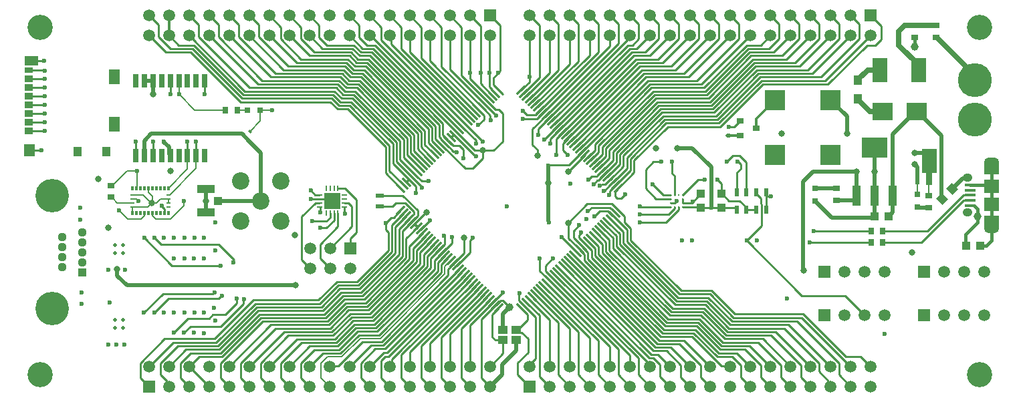
<source format=gbr>
%TF.GenerationSoftware,Altium Limited,Altium Designer,22.1.2 (22)*%
G04 Layer_Physical_Order=1*
G04 Layer_Color=255*
%FSLAX45Y45*%
%MOMM*%
%TF.SameCoordinates,69A41402-0A08-4178-9E70-C708664AA264*%
%TF.FilePolarity,Positive*%
%TF.FileFunction,Copper,L1,Top,Signal*%
%TF.Part,Single*%
G01*
G75*
%TA.AperFunction,SMDPad,CuDef*%
%ADD10R,1.10000X1.00000*%
G04:AMPARAMS|DCode=11|XSize=0.3mm|YSize=1.5mm|CornerRadius=0mm|HoleSize=0mm|Usage=FLASHONLY|Rotation=45.000|XOffset=0mm|YOffset=0mm|HoleType=Round|Shape=Rectangle|*
%AMROTATEDRECTD11*
4,1,4,0.42426,-0.63640,-0.63640,0.42426,-0.42426,0.63640,0.63640,-0.42426,0.42426,-0.63640,0.0*
%
%ADD11ROTATEDRECTD11*%

%ADD12R,1.35000X1.90000*%
%ADD13R,1.00000X1.20000*%
%ADD14R,1.35000X1.55000*%
%ADD15R,1.10000X0.85000*%
%ADD16R,1.10000X0.75000*%
%ADD17R,1.80000X1.17000*%
%ADD18R,0.27500X0.25000*%
%ADD19R,0.25000X0.27500*%
%ADD20R,0.90000X0.70000*%
%TA.AperFunction,SMDPad,SMDef*%
%ADD21R,0.35000X0.47500*%
%ADD22R,0.47500X0.25000*%
%TA.AperFunction,SMDPad,CuDef*%
%ADD23R,2.50000X2.30000*%
%ADD24R,0.58000X1.73000*%
%ADD25C,1.73970*%
%ADD26R,1.00000X1.10000*%
%TA.AperFunction,ConnectorPad*%
%ADD27R,1.90000X1.80000*%
%ADD28R,1.35000X0.40000*%
%TA.AperFunction,SMDPad,CuDef*%
%ADD29R,0.80000X0.80000*%
G04:AMPARAMS|DCode=30|XSize=0.325mm|YSize=0.4mm|CornerRadius=0mm|HoleSize=0mm|Usage=FLASHONLY|Rotation=45.000|XOffset=0mm|YOffset=0mm|HoleType=Round|Shape=Rectangle|*
%AMROTATEDRECTD30*
4,1,4,0.02652,-0.25633,-0.25633,0.02652,-0.02652,0.25633,0.25633,-0.02652,0.02652,-0.25633,0.0*
%
%ADD30ROTATEDRECTD30*%

%ADD31R,0.90000X0.80000*%
%ADD32R,2.50000X2.50000*%
G04:AMPARAMS|DCode=33|XSize=0.3mm|YSize=1.5mm|CornerRadius=0mm|HoleSize=0mm|Usage=FLASHONLY|Rotation=315.000|XOffset=0mm|YOffset=0mm|HoleType=Round|Shape=Rectangle|*
%AMROTATEDRECTD33*
4,1,4,-0.63640,-0.42426,0.42426,0.63640,0.63640,0.42426,-0.42426,-0.63640,-0.63640,-0.42426,0.0*
%
%ADD33ROTATEDRECTD33*%

%ADD34R,2.00000X2.00000*%
%ADD35R,1.20000X1.00000*%
G04:AMPARAMS|DCode=36|XSize=1mm|YSize=1.1mm|CornerRadius=0mm|HoleSize=0mm|Usage=FLASHONLY|Rotation=45.000|XOffset=0mm|YOffset=0mm|HoleType=Round|Shape=Rectangle|*
%AMROTATEDRECTD36*
4,1,4,0.03535,-0.74246,-0.74246,0.03535,-0.03535,0.74246,0.74246,-0.03535,0.03535,-0.74246,0.0*
%
%ADD36ROTATEDRECTD36*%

%ADD37R,0.60000X1.10000*%
%ADD38R,1.95580X3.14960*%
%ADD39R,1.00000X1.15000*%
%ADD40R,0.65000X0.25000*%
%ADD41R,0.25000X0.65000*%
%ADD42R,0.70000X0.90000*%
%ADD43R,1.00000X2.50000*%
%ADD44R,3.30000X2.50000*%
%ADD45R,1.05000X1.00000*%
%ADD46R,2.20000X1.05000*%
%TA.AperFunction,SMDPad,SMDef*%
%ADD47R,0.70000X1.80000*%
%ADD48R,0.80000X1.80000*%
%TA.AperFunction,SMDPad,CuDef*%
%ADD49R,0.80000X0.80000*%
%ADD50R,1.10000X0.60000*%
%TA.AperFunction,Conductor*%
%ADD51C,0.25000*%
%ADD52C,0.30000*%
%ADD53C,0.50000*%
%ADD54C,0.20000*%
%ADD55C,0.40000*%
%ADD56C,0.70000*%
%ADD57R,1.90000X1.57500*%
%TA.AperFunction,ComponentPad*%
%ADD58C,1.50000*%
%ADD59R,1.50000X1.50000*%
%ADD60C,4.24000*%
%ADD61R,1.12000X1.12000*%
%ADD62C,1.12000*%
%ADD63O,1.90000X1.20000*%
%ADD64O,1.25000X1.05000*%
%ADD65C,4.30000*%
%ADD66C,2.20000*%
%TA.AperFunction,ViaPad*%
%ADD67C,0.60000*%
%ADD68C,0.80000*%
%ADD69C,1.00000*%
%ADD70C,0.50000*%
%ADD71C,3.20000*%
G36*
X11525351Y2705403D02*
Y2855403D01*
X11466700D01*
Y3158403D01*
X11660001D01*
Y2855403D01*
X11601350D01*
Y2705403D01*
X11525351D01*
D02*
G37*
D10*
X8670000Y2410000D02*
D03*
Y2590000D02*
D03*
X8930000Y2410000D02*
D03*
Y2590000D02*
D03*
D11*
X6532264Y1283709D02*
D03*
X6602974Y1354420D02*
D03*
X6638330Y1389775D02*
D03*
X6673685Y1425130D02*
D03*
X6709040Y1460486D02*
D03*
X7628277Y2379723D02*
D03*
X7592922Y2344367D02*
D03*
X7557567Y2309012D02*
D03*
X7522212Y2273657D02*
D03*
X7486856Y2238302D02*
D03*
X7451501Y2202946D02*
D03*
X7416146Y2167591D02*
D03*
X7380790Y2132236D02*
D03*
X7345435Y2096880D02*
D03*
X7310080Y2061525D02*
D03*
X7274725Y2026170D02*
D03*
X7239370Y1990815D02*
D03*
X7204014Y1955459D02*
D03*
X7168659Y1920104D02*
D03*
X7133303Y1884749D02*
D03*
X7097948Y1849394D02*
D03*
X7062593Y1814038D02*
D03*
X7027238Y1778683D02*
D03*
X6991882Y1743328D02*
D03*
X6956527Y1707973D02*
D03*
X6921172Y1672617D02*
D03*
X6885817Y1637262D02*
D03*
X6850461Y1601907D02*
D03*
X6815106Y1566552D02*
D03*
X6779751Y1531196D02*
D03*
X6744395Y1495841D02*
D03*
X6567619Y1319065D02*
D03*
X6496909Y1248354D02*
D03*
X6461553Y1212999D02*
D03*
X6426198Y1177644D02*
D03*
X6390843Y1142288D02*
D03*
X4870566Y2662566D02*
D03*
X4905921Y2697921D02*
D03*
X4941276Y2733276D02*
D03*
X4976631Y2768631D02*
D03*
X5011987Y2803987D02*
D03*
X5047342Y2839342D02*
D03*
X5082697Y2874697D02*
D03*
X5118053Y2910052D02*
D03*
X5153408Y2945408D02*
D03*
X5188763Y2980763D02*
D03*
X5224118Y3016118D02*
D03*
X5259474Y3051473D02*
D03*
X5294829Y3086829D02*
D03*
X5330184Y3122184D02*
D03*
X5365539Y3157539D02*
D03*
X5400894Y3192895D02*
D03*
X5436250Y3228250D02*
D03*
X5471605Y3263605D02*
D03*
X5506960Y3298960D02*
D03*
X5542316Y3334316D02*
D03*
X5577671Y3369671D02*
D03*
X5613026Y3405026D02*
D03*
X5648381Y3440381D02*
D03*
X5683737Y3475737D02*
D03*
X5719092Y3511092D02*
D03*
X5754447Y3546447D02*
D03*
X5789802Y3581803D02*
D03*
X5825158Y3617158D02*
D03*
X5860513Y3652513D02*
D03*
X5895868Y3687868D02*
D03*
X5931224Y3723224D02*
D03*
X5966579Y3758579D02*
D03*
X6001934Y3793934D02*
D03*
X6037289Y3829290D02*
D03*
X6072645Y3864645D02*
D03*
X6108000Y3900000D02*
D03*
D12*
X1241250Y4072250D02*
D03*
X1241251Y3475250D02*
D03*
D13*
X773750Y3125250D02*
D03*
X1143750Y3125250D02*
D03*
D14*
X171250Y3142750D02*
D03*
D15*
X158750Y3388750D02*
D03*
X158751Y3498750D02*
D03*
X158750Y3608750D02*
D03*
X158751Y3718750D02*
D03*
X158750Y3828750D02*
D03*
X158751Y3938750D02*
D03*
X158750Y4048750D02*
D03*
D16*
Y4153750D02*
D03*
D17*
X193750Y4274750D02*
D03*
D18*
X8283750Y2575000D02*
D03*
Y2525000D02*
D03*
Y2475000D02*
D03*
Y2425000D02*
D03*
X8436250D02*
D03*
Y2475000D02*
D03*
Y2525000D02*
D03*
Y2575000D02*
D03*
D19*
X8335000Y2423750D02*
D03*
X8385000D02*
D03*
Y2576250D02*
D03*
X8335000D02*
D03*
D20*
X1200000Y2695000D02*
D03*
Y2545000D02*
D03*
X10390000Y2655000D02*
D03*
Y2505000D02*
D03*
X11650000Y4725000D02*
D03*
Y4575000D02*
D03*
X11380000Y4575000D02*
D03*
Y4725000D02*
D03*
X11557000Y2414200D02*
D03*
Y2564200D02*
D03*
D21*
X1475000Y2343750D02*
D03*
X1525000D02*
D03*
X1575000D02*
D03*
X1625000D02*
D03*
X1675000D02*
D03*
X1725000D02*
D03*
X1775000D02*
D03*
X1825000D02*
D03*
X1875000D02*
D03*
X1925000D02*
D03*
Y2656250D02*
D03*
X1875000D02*
D03*
X1825000D02*
D03*
X1775000D02*
D03*
X1725000D02*
D03*
X1675000D02*
D03*
X1625000D02*
D03*
X1575000D02*
D03*
X1525000D02*
D03*
X1475000D02*
D03*
D22*
X1468750Y2575000D02*
D03*
Y2525000D02*
D03*
Y2475000D02*
D03*
Y2425000D02*
D03*
X1931250D02*
D03*
Y2475000D02*
D03*
Y2525000D02*
D03*
Y2575000D02*
D03*
D23*
X11399074Y3635000D02*
D03*
X10969074D02*
D03*
D24*
X11413351Y2791903D02*
D03*
X11713350D02*
D03*
D25*
X11563351Y2970000D02*
D03*
D26*
X10870000Y2300000D02*
D03*
X11050000D02*
D03*
X12025800Y1932075D02*
D03*
X12205800D02*
D03*
D27*
X12350000Y2687500D02*
D03*
Y2457500D02*
D03*
D28*
X12082500Y2442500D02*
D03*
X12082500Y2507500D02*
D03*
X12082500Y2702501D02*
D03*
Y2572500D02*
D03*
Y2637500D02*
D03*
D29*
X10119215Y2500000D02*
D03*
Y2660000D02*
D03*
X11413351Y2580000D02*
D03*
Y2420000D02*
D03*
D30*
X2960000Y3380000D02*
D03*
X2898128Y3318128D02*
D03*
D31*
X9370000Y3420000D02*
D03*
X9170000Y3325000D02*
D03*
Y3515000D02*
D03*
D32*
X10310000Y3080000D02*
D03*
Y3780000D02*
D03*
X9610000Y3080000D02*
D03*
Y3780000D02*
D03*
D33*
X6390843Y3900000D02*
D03*
X6426198Y3864645D02*
D03*
X6461553Y3829290D02*
D03*
X6496909Y3793934D02*
D03*
X6532264Y3758579D02*
D03*
X6567619Y3723224D02*
D03*
X6602974Y3687868D02*
D03*
X6638330Y3652513D02*
D03*
X6673685Y3617158D02*
D03*
X6709040Y3581803D02*
D03*
X6744395Y3546447D02*
D03*
X6779751Y3511092D02*
D03*
X6815106Y3475737D02*
D03*
X6850461Y3440381D02*
D03*
X6885817Y3405026D02*
D03*
X6921172Y3369671D02*
D03*
X6956527Y3334316D02*
D03*
X6991882Y3298961D02*
D03*
X7027238Y3263605D02*
D03*
X7062593Y3228250D02*
D03*
X7097948Y3192895D02*
D03*
X7133304Y3157540D02*
D03*
X7168659Y3122184D02*
D03*
X7204014Y3086829D02*
D03*
X7239370Y3051473D02*
D03*
X7274725Y3016118D02*
D03*
X7310080Y2980763D02*
D03*
X7345435Y2945408D02*
D03*
X7380790Y2910052D02*
D03*
X7416146Y2874697D02*
D03*
X7451501Y2839342D02*
D03*
X7486856Y2803987D02*
D03*
X7522212Y2768631D02*
D03*
X7557567Y2733276D02*
D03*
X7592922Y2697921D02*
D03*
X7628277Y2662566D02*
D03*
X6108000Y1142289D02*
D03*
X6072645Y1177644D02*
D03*
X6037289Y1212999D02*
D03*
X6001934Y1248354D02*
D03*
X5966579Y1283709D02*
D03*
X5931224Y1319065D02*
D03*
X5895868Y1354420D02*
D03*
X5860513Y1389775D02*
D03*
X5825158Y1425130D02*
D03*
X5789802Y1460486D02*
D03*
X5754447Y1495841D02*
D03*
X5719092Y1531196D02*
D03*
X5683737Y1566552D02*
D03*
X5648381Y1601907D02*
D03*
X5613026Y1637262D02*
D03*
X5577671Y1672617D02*
D03*
X5542316Y1707973D02*
D03*
X5506961Y1743328D02*
D03*
X5471605Y1778683D02*
D03*
X5436250Y1814038D02*
D03*
X5400894Y1849394D02*
D03*
X5365539Y1884749D02*
D03*
X5330184Y1920104D02*
D03*
X5294829Y1955459D02*
D03*
X5259474Y1990815D02*
D03*
X5224118Y2026170D02*
D03*
X5188763Y2061525D02*
D03*
X5153408Y2096880D02*
D03*
X5118053Y2132236D02*
D03*
X5082697Y2167591D02*
D03*
X5047342Y2202946D02*
D03*
X5011987Y2238302D02*
D03*
X4976631Y2273657D02*
D03*
X4941276Y2309012D02*
D03*
X4905921Y2344367D02*
D03*
X4870566Y2379723D02*
D03*
D34*
X4000000Y2500000D02*
D03*
D35*
X6165000Y735000D02*
D03*
X6335000D02*
D03*
Y865000D02*
D03*
X6165000D02*
D03*
D36*
X11726361Y2526360D02*
D03*
X11853640Y2653640D02*
D03*
D37*
X9122500Y2610000D02*
D03*
X9247500D02*
D03*
X9372500D02*
D03*
X9497500D02*
D03*
Y2390000D02*
D03*
X9372500D02*
D03*
X9247500D02*
D03*
X9122500D02*
D03*
D38*
X10939890Y4160000D02*
D03*
X11430110D02*
D03*
D39*
X10660000Y4027499D02*
D03*
Y3792500D02*
D03*
D40*
X3845000Y2575000D02*
D03*
Y2525000D02*
D03*
Y2475000D02*
D03*
Y2425000D02*
D03*
X4155000D02*
D03*
Y2475000D02*
D03*
Y2525000D02*
D03*
Y2575000D02*
D03*
D41*
X3925000Y2345000D02*
D03*
X3975000D02*
D03*
X4025000D02*
D03*
X4075000D02*
D03*
Y2655000D02*
D03*
X4025000D02*
D03*
X3975000D02*
D03*
X3925000D02*
D03*
D42*
X10825000Y1970000D02*
D03*
X10975000D02*
D03*
X10825000Y2120000D02*
D03*
X10975000D02*
D03*
X2802075Y3650000D02*
D03*
X2652075D02*
D03*
D43*
X10637925Y2565000D02*
D03*
X10867925Y2565000D02*
D03*
X11097925Y2565000D02*
D03*
D44*
X10867925Y3175000D02*
D03*
D45*
X2552500Y2500000D02*
D03*
D46*
X2400000Y2352500D02*
D03*
Y2647500D02*
D03*
D47*
X2390000Y3071925D02*
D03*
X1510000D02*
D03*
Y4021925D02*
D03*
X2390000D02*
D03*
D48*
X2279999Y3071925D02*
D03*
X2170000D02*
D03*
X2060000D02*
D03*
X1950000D02*
D03*
X1839999D02*
D03*
X1730000D02*
D03*
X1620000D02*
D03*
X1620000Y4021926D02*
D03*
X1730000Y4021925D02*
D03*
X1840000Y4021926D02*
D03*
X1950000Y4021925D02*
D03*
X2059999Y4021926D02*
D03*
X2170000Y4021925D02*
D03*
X2280000Y4021926D02*
D03*
D49*
X3090000Y3650000D02*
D03*
X2930000D02*
D03*
D50*
X4600000Y2570000D02*
D03*
Y2430000D02*
D03*
D51*
X1936000Y4596000D02*
X2058320Y4473680D01*
X8935000Y2590000D02*
X9025000Y2500000D01*
X8930000Y2590000D02*
X8935000D01*
X8930000D02*
Y2720000D01*
Y2580000D02*
Y2590000D01*
X8880000Y2770000D02*
X8930000Y2720000D01*
X8632500Y2770000D02*
X8720000D01*
X8437500Y2575000D02*
X8632500Y2770000D01*
X8670000Y2410000D02*
X8800000D01*
X8070000Y2700000D02*
Y2710000D01*
Y2700000D02*
X8195000Y2575000D01*
X8283750Y2475000D02*
X8335000D01*
X8360000Y2500000D01*
X7900000Y2430000D02*
X7905000Y2425000D01*
X8283750D01*
X9497500Y2561265D02*
X9561265D01*
X7900000Y2230000D02*
X8224602D01*
X8385000Y2390399D01*
X7060000Y2120000D02*
X7130000Y2190000D01*
X7120529D02*
X7130000D01*
X7287290Y2417290D02*
X7520000D01*
X7320000Y2300000D02*
X7389797Y2369797D01*
X7240000Y2370000D02*
X7287290Y2417290D01*
X7389797Y2369797D02*
X7493247D01*
X8260962Y2330000D02*
X8335000Y2404038D01*
X7900000Y2330000D02*
X8260962D01*
X8436250Y2575000D02*
X8437500D01*
X8800000Y2410000D02*
X8930000D01*
X8385000Y2390399D02*
Y2423750D01*
X8335000Y2404038D02*
Y2423750D01*
X4845842Y1817599D02*
Y2142868D01*
X4535998Y935000D02*
X5250842Y1649844D01*
X4800843Y2168579D02*
X4941276Y2309012D01*
X5340841Y1718630D02*
X5436250Y1814038D01*
X4800843Y1836239D02*
Y2168579D01*
X4480079Y1069999D02*
X5115842Y1705762D01*
X4980842Y1924315D02*
X5153408Y2096880D01*
X4386881Y1294999D02*
X4890842Y1798960D01*
X4755843Y2194289D02*
X4905921Y2344367D01*
X4890842Y1798960D02*
Y2117158D01*
X4517358Y980000D02*
X5205842Y1668483D01*
X5070842Y1872894D02*
X5197207Y1999258D01*
X5160842Y1821472D02*
X5294829Y1955459D01*
X5250842Y1770051D02*
X5365539Y1884749D01*
X5205842Y1795762D02*
X5330184Y1920104D01*
X5385841Y1593925D02*
Y1692919D01*
X4330963Y1429999D02*
X4755843Y1854878D01*
X5205842Y1668483D02*
Y1795762D01*
X5295842Y1631204D02*
Y1744341D01*
X4890842Y2117158D02*
X5088329Y2314645D01*
X4442800Y1159999D02*
X5025842Y1743041D01*
X4461440Y1114999D02*
X5070842Y1724402D01*
X5385841Y1692919D02*
X5471605Y1778683D01*
X4554637Y890000D02*
X5295842Y1631204D01*
Y1744341D02*
X5400894Y1849394D01*
X4710843Y1873518D02*
Y2099157D01*
X5115842Y1705762D02*
Y1847183D01*
X4935842Y1780320D02*
Y2020736D01*
X4405521Y1249999D02*
X4935842Y1780320D01*
X4980842Y1761681D02*
Y1924315D01*
X4368242Y1339999D02*
X4845842Y1817599D01*
X5025842Y1743041D02*
Y1898604D01*
X5340841Y1612564D02*
Y1718630D01*
X4498719Y1024999D02*
X5160842Y1687123D01*
X5070842Y1724402D02*
Y1872894D01*
X4312323Y1474999D02*
X4710843Y1873518D01*
X5250842Y1649844D02*
Y1770051D01*
X5197207Y1999258D02*
X5200742D01*
X5160842Y1687123D02*
Y1821472D01*
X4755843Y1854878D02*
Y2194289D01*
X4349602Y1384999D02*
X4800843Y1836239D01*
X4935842Y2020736D02*
X5082697Y2167591D01*
X4680000Y2130000D02*
X4710843Y2099157D01*
X5025842Y1898604D02*
X5188763Y2061525D01*
X4591916Y800000D02*
X5385841Y1593925D01*
X4424161Y1204999D02*
X4980842Y1761681D01*
X4573277Y845000D02*
X5340841Y1612564D01*
X4845842Y2142868D02*
X4976631Y2273657D01*
X5115842Y1847183D02*
X5259474Y1990815D01*
X6630000Y1610237D02*
X6744395Y1495841D01*
X7623500Y616736D01*
X6630000Y1610237D02*
Y1770000D01*
X6700000Y1679471D02*
X6790529Y1770000D01*
X6700000Y1610947D02*
Y1679471D01*
X6790529Y1770000D02*
X6800000D01*
X5746000Y921710D02*
X6037289Y1212999D01*
X6160009Y1336610D02*
Y1337500D01*
X6037289Y1212999D02*
Y1213890D01*
X6160009Y1336610D01*
X6365413Y1325413D02*
X6370000Y1330000D01*
X6365413Y1241963D02*
Y1325413D01*
X10050000Y1970000D02*
X10825000D01*
X10050000Y1970000D02*
X10050000Y1970000D01*
X3787530Y2475000D02*
X3845000D01*
X3613500Y1753500D02*
Y2300970D01*
X3745000Y2525000D02*
X3845000D01*
X3730000Y2520000D02*
X3735000Y2525000D01*
X3720000Y1630000D02*
Y1647000D01*
X3740000Y2530000D02*
X3745000Y2525000D01*
X3845000D02*
X3915000D01*
X3613500Y2300970D02*
X3787530Y2475000D01*
X6990000Y2871407D02*
X7204014Y3085422D01*
X6990000Y2870000D02*
Y2871407D01*
X10100000Y2120000D02*
X10825000D01*
X10825000Y2120000D01*
X9497500Y2390000D02*
Y2561265D01*
Y2610000D01*
X8105000Y2525000D02*
X8283750D01*
X8195000Y2575000D02*
X8283750D01*
X7970000Y2660000D02*
X8105000Y2525000D01*
X7970000Y2660000D02*
Y2900000D01*
X6610000Y3340000D02*
Y3412052D01*
X6766697Y3285906D02*
X6885817Y3405026D01*
X6766697Y3231697D02*
Y3285906D01*
X6600000Y3070000D02*
Y3150000D01*
X6840000Y3082022D02*
Y3284964D01*
X6837978Y3080000D02*
X6840000Y3082022D01*
X6537500Y3212500D02*
X6600000Y3150000D01*
X6760000Y3225000D02*
X6766697Y3231697D01*
X6885817Y3405026D02*
X7820791Y4340000D01*
X6537500Y3212500D02*
Y3410262D01*
X6850461Y3440381D02*
X7795080Y4385000D01*
X6685040Y3274960D02*
X6850461Y3440381D01*
X6742500Y2952500D02*
X6998975D01*
X6920000Y3140000D02*
X6980000Y3080000D01*
X7168659Y3122184D02*
X8026475Y3980000D01*
X6998975Y2952500D02*
X7168659Y3122184D01*
X5815815Y3062500D02*
X5820000D01*
X5544000Y3334316D02*
X5815815Y3062500D01*
X4230000Y1900000D02*
Y2020000D01*
X6532264Y1283709D02*
Y1285723D01*
X6544754Y1271219D02*
X6861500Y954473D01*
Y292500D02*
Y954473D01*
Y292500D02*
X7008000Y146000D01*
X6602974Y1354420D02*
X7115500Y841894D01*
Y292500D02*
Y841894D01*
Y292500D02*
X7262000Y146000D01*
X6638330Y1389775D02*
X7262000Y766105D01*
X6638330Y1389775D02*
Y1389776D01*
X7262000Y400000D02*
Y766105D01*
X6673685Y1425130D02*
X7369500Y729316D01*
Y292500D02*
Y729316D01*
Y292500D02*
X7516000Y146000D01*
X6709040Y1460486D02*
X7516000Y653526D01*
Y400000D02*
Y653526D01*
X2590000Y1680000D02*
X2595168D01*
X1970000D02*
X2590000D01*
X2566094Y1943906D02*
X2759645Y1750355D01*
X1620000Y2030000D02*
X1970000Y1680000D01*
X1836094Y1943906D02*
X2566094D01*
X1750000Y2030000D02*
X1836094Y1943906D01*
X2590000Y910000D02*
X2877038Y1197038D01*
Y1247038D02*
X2883735Y1253735D01*
X2877038Y1197038D02*
Y1247038D01*
X2600529Y1300000D02*
X2610000D01*
X2560529Y1260000D02*
X2600529Y1300000D01*
X1930000Y1260000D02*
X2560529D01*
X2490000Y1320000D02*
X2510000Y1340000D01*
X1858000Y1320000D02*
X2490000D01*
X1619000Y1081000D02*
X1858000Y1320000D01*
X1750000Y1080000D02*
X1930000Y1260000D01*
X2645000Y1055000D02*
X2790000Y1200000D01*
Y1260000D01*
X2489939Y1055000D02*
X2645000D01*
X2442335Y1007396D02*
X2489939Y1055000D01*
X2000000Y830000D02*
X2177396Y1007396D01*
X2442335D01*
X2207000Y910000D02*
X2590000D01*
X2127000Y830000D02*
X2207000Y910000D01*
X3970000Y1640000D02*
Y1651000D01*
X5684000Y3475737D02*
X5909736Y3250000D01*
X5910000D01*
X5577671Y3369671D02*
X5807342Y3140000D01*
X5821652Y3228220D02*
X5824936Y3224936D01*
X5821652Y3228220D02*
Y3267111D01*
X5807342Y3140000D02*
X5910000D01*
X4517342Y4430000D02*
X5577671Y3369671D01*
X5648381Y3440381D02*
X5821652Y3267111D01*
X5542316Y3334316D02*
X5544000D01*
X5660000Y3040000D02*
Y3150000D01*
X5611181Y3198819D02*
X5660000Y3150000D01*
X5537389Y3198819D02*
X5611181D01*
X5683737Y3475737D02*
X5684000D01*
X2043972Y660000D02*
X2551415D01*
X1987000Y705000D02*
X2532775D01*
X1682000Y400000D02*
X1987000Y705000D01*
X1574500Y444528D02*
X1879972Y750000D01*
X1828500Y444528D02*
X2043972Y660000D01*
X1879972Y750000D02*
X2514136D01*
X1936000Y400000D02*
X2151000Y615000D01*
X2207972Y570000D02*
X2588694D01*
X2082500Y444528D02*
X2207972Y570000D01*
X2151000Y615000D02*
X2570054D01*
X7310000Y2710000D02*
Y2712531D01*
X5137099Y2750000D02*
X5220000D01*
X5047758Y2839342D02*
X5137099Y2750000D01*
X5140000Y2670000D02*
Y2672987D01*
X5011987Y2801000D02*
Y2803987D01*
X5047342Y2839342D02*
X5047758D01*
X5011987Y2801000D02*
X5140000Y2672987D01*
X5400894Y1849394D02*
X5520000Y1968499D01*
Y2040000D01*
X5577671Y1672617D02*
X5750000Y1844947D01*
Y2000000D02*
X5785104Y2035104D01*
X5750000Y1844947D02*
Y2000000D01*
X5670000Y1835657D02*
Y2030000D01*
X5542316Y1707973D02*
X5670000Y1835657D01*
X3750000Y2240000D02*
X3930000D01*
X7062593Y1814038D02*
X8144132Y732499D01*
X7027238Y1778683D02*
X8118421Y687500D01*
X8144132Y732499D02*
X8453500D01*
X8118421Y687500D02*
X8396528D01*
X8181411Y822499D02*
X8579168D01*
X7195135Y1745135D02*
Y1819382D01*
Y1745135D02*
X8162771Y777499D01*
X7240135Y1763775D02*
X8181411Y822499D01*
X7240135Y1763775D02*
Y1845092D01*
X8162771Y777499D02*
X8560528D01*
X2315000Y525000D02*
X2607333D01*
X2190000Y400000D02*
X2315000Y525000D01*
X7520000Y2417290D02*
X7592922Y2344368D01*
Y2344367D02*
Y2344368D01*
X7250000Y2770000D02*
X7287500Y2807500D01*
X7310000Y2712531D02*
X7359970Y2762500D01*
X7287500Y2807500D02*
X7345413D01*
X7412610Y2874697D01*
X7374659Y2762500D02*
X7451500Y2839342D01*
X7359970Y2762500D02*
X7374659D01*
X7451500Y2839342D02*
X7451501D01*
X7545710Y2462290D02*
X7628277Y2379723D01*
X9887028Y974999D02*
X10417500Y444528D01*
Y292500D02*
Y444528D01*
X8419730Y1362498D02*
X8802842D01*
X7780134Y2002094D02*
Y2150084D01*
X7628277Y2379722D02*
X7702609Y2305391D01*
X10501319Y526320D02*
X10691680D01*
X9100341Y1064999D02*
X9962640D01*
X7702609Y2227609D02*
X7780134Y2150084D01*
X9944001Y1019999D02*
X10564000Y400000D01*
X9962640Y1064999D02*
X10501319Y526320D01*
X7780134Y2002094D02*
X8419730Y1362498D01*
X8802842D02*
X9100341Y1064999D01*
X7702609Y2227609D02*
Y2305391D01*
X9063062Y974999D02*
X9887028D01*
X9081702Y1019999D02*
X9944001D01*
X7628277Y2379722D02*
Y2379723D01*
X7412610Y2874697D02*
X7416146D01*
X7150000Y2090529D02*
Y2100000D01*
X7124464Y2064994D02*
X7150000Y2090529D01*
X7204014Y1955459D02*
X7285135Y1874338D01*
X7124464Y2035009D02*
X7204014Y1955459D01*
X6480000Y580000D02*
Y750000D01*
X6335000Y865000D02*
X6372500Y827500D01*
X6402500D02*
X6480000Y750000D01*
X6372500Y827500D02*
X6402500D01*
X6346000Y300000D02*
Y446000D01*
X6480000Y580000D01*
X6346000Y300000D02*
X6500000Y146000D01*
X6475000Y995000D02*
Y1058131D01*
X6345000Y865000D02*
X6475000Y995000D01*
X6335000Y865000D02*
X6345000D01*
X7445825Y2625069D02*
X7554032Y2733276D01*
X7557567D01*
X7440046Y2625069D02*
X7445825D01*
X6500000Y4009157D02*
Y4596000D01*
X8915036Y3440002D02*
X9455035Y3980001D01*
X8250150Y3440002D02*
X8915036D01*
X9455035Y3980001D02*
X10280001D01*
X9090000Y3440000D02*
X9165000Y3515000D01*
X9020000Y3440000D02*
X9090000D01*
X9165000Y3515000D02*
X9170000D01*
X7660000Y2530000D02*
X7710000Y2580000D01*
X7610000Y2530000D02*
X7660000D01*
X7585851Y2554149D02*
X7610000Y2530000D01*
X7585851Y2554149D02*
Y2620139D01*
X6365413Y1241963D02*
X6426198Y1181179D01*
Y1177644D02*
Y1181179D01*
X6390843Y1142288D02*
X6475000Y1058131D01*
X6388526Y1142288D02*
X6390843D01*
X1730000Y4020000D02*
X1730000D01*
X1950000Y3850000D02*
Y4021925D01*
X1510000Y3071925D02*
Y3250000D01*
X7623500Y292500D02*
Y616736D01*
X5573303Y3126697D02*
X5580000Y3120000D01*
X5537803Y3126697D02*
X5573303D01*
X6003937Y3526246D02*
X6010634Y3519550D01*
X6003937Y3526246D02*
Y3579799D01*
X5355000Y3309499D02*
X5537803Y3126697D01*
X5850000Y3460000D02*
X5924645Y3534645D01*
X5860513Y3648978D02*
X5924645Y3584846D01*
Y3534645D02*
Y3584846D01*
X6418808Y3538723D02*
X6420085Y3540000D01*
X6420000Y3640000D02*
X6468272Y3591729D01*
X6574010D01*
X6420085Y3540000D02*
X6596527D01*
X7516000Y4459473D01*
X6634794Y3652513D02*
X6638330D01*
X6574010Y3591729D02*
X6634794Y3652513D01*
X3860000Y2160000D02*
X3930000D01*
X4025000Y2255000D01*
X2170000Y3071925D02*
Y3250000D01*
X5237908Y2250000D02*
X5240000D01*
X5120144Y2132236D02*
X5237908Y2250000D01*
X5118053Y2132236D02*
X5120144D01*
X4976631Y2768631D02*
X5060000Y2685263D01*
Y2600000D02*
Y2685263D01*
X4815001Y3000972D02*
X5011987Y2803987D01*
X4926454Y2475862D02*
X5039645Y2362672D01*
Y2336671D02*
Y2362672D01*
X5088329Y2314645D02*
Y2377627D01*
X4976631Y2273657D02*
X5039645Y2336671D01*
X4895956Y2570000D02*
X5088329Y2377627D01*
X4976631Y2273657D02*
Y2273657D01*
X1620000Y4021926D02*
X1621925Y4020000D01*
X1840000Y2430529D02*
X1875000Y2395529D01*
X1840000Y2430529D02*
Y2440000D01*
X1875000Y2343750D02*
Y2395529D01*
X3730000Y2630000D02*
X3785000Y2575000D01*
X3729528Y2630471D02*
X3730000Y2630000D01*
X3915000Y2525000D02*
X3920000Y2520000D01*
X3845000Y2425000D02*
X3847500D01*
Y2352500D02*
Y2425000D01*
Y2352500D02*
X3850000Y2350000D01*
X3930000Y2240000D02*
X3975000Y2285000D01*
Y2345000D01*
X4025000Y2255000D02*
Y2345000D01*
X3850000Y1771000D02*
Y1950000D01*
Y1771000D02*
X3970000Y1651000D01*
X3850000Y1950000D02*
X4075000Y2175000D01*
Y2345000D01*
X3613500Y1753500D02*
X3720000Y1647000D01*
X3785000Y2575000D02*
X3845000D01*
X3935000Y2525000D02*
X3940000Y2520000D01*
X4250000Y2175000D02*
Y2430000D01*
X4155000Y2475000D02*
X4205000D01*
X4250000Y2430000D01*
X3975000Y1900000D02*
X4250000Y2175000D01*
X4230000Y2020000D02*
X4310000Y2100000D01*
X4165961Y2655000D02*
X4310000Y2510961D01*
Y2100000D02*
Y2510961D01*
X4075000Y2655000D02*
X4165961D01*
X4155000Y2345000D02*
Y2425000D01*
X5895868Y3687868D02*
X6003937Y3579799D01*
X5384500Y4199237D02*
X5895868Y3687868D01*
X158750Y4048750D02*
X361250D01*
X158750Y4153750D02*
X366250D01*
X5748000Y4047868D02*
Y4594000D01*
X5934000Y3723224D02*
X6077224Y3580000D01*
X6080000D01*
X6036166Y3756166D02*
X6039702D01*
X6090000Y3847289D02*
Y3850000D01*
X6028450Y3908839D02*
X6028839D01*
X6030000Y3910000D01*
X5990000Y3947290D02*
X6028450Y3908839D01*
X6040000Y3968000D02*
X6108000Y3900000D01*
X6111535D02*
X6158682Y3852853D01*
X6108000Y3900000D02*
X6111535D01*
X6110000Y3660000D02*
X6160000Y3610000D01*
X6068693Y3660000D02*
X6110000D01*
X6160000Y3255000D02*
Y3610000D01*
X6037289Y3829290D02*
X6037809D01*
X5970114Y3758579D02*
X6068693Y3660000D01*
X5492000Y4162448D02*
X5931224Y3723224D01*
X5934000D01*
X5860513Y3648978D02*
Y3652513D01*
X5238000Y4275026D02*
X5860513Y3652513D01*
X158750Y3828750D02*
X358750D01*
X158750Y3608750D02*
X358750D01*
X158750Y3388750D02*
X348750D01*
X158750Y3608750D02*
X160000Y3610000D01*
X158751Y3498750D02*
X358750D01*
X171250Y3142750D02*
X327250D01*
X193750Y4274750D02*
X364750D01*
X158751Y3718750D02*
X358750D01*
X158751D02*
X160000Y3720000D01*
X158751Y3938750D02*
X358750D01*
X10496000Y1300000D02*
X10746000Y1050000D01*
X9950000Y1300000D02*
X10496000D01*
X9250000Y2000000D02*
X9950000Y1300000D01*
X9435000Y2185000D02*
Y2458462D01*
X9427500Y2465962D02*
X9435000Y2458462D01*
X9427500Y2465962D02*
Y2530000D01*
X9370000Y2587500D02*
X9427500Y2530000D01*
X9250000Y2000000D02*
X9435000Y2185000D01*
X9370000Y2587500D02*
Y2600000D01*
X9250000Y2400000D02*
X9260000Y2390000D01*
X9240000Y2420000D02*
Y2422500D01*
X9162500Y2500000D02*
X9240000Y2422500D01*
X9025000Y2500000D02*
X9162500D01*
X9260000Y2390000D02*
X9372500D01*
X8930000Y2410000D02*
X9120000D01*
X9120000Y2410000D01*
X8655000Y2425000D02*
X8670000Y2410000D01*
X9247500Y2610000D02*
Y2985031D01*
Y2607500D02*
Y2610000D01*
X9160030Y3072500D02*
X9247500Y2985031D01*
X9072500Y3072500D02*
X9160030D01*
X9240000Y2600000D02*
X9247500Y2607500D01*
X9000000Y3000000D02*
X9072500Y3072500D01*
X9122500Y2852500D02*
X9179471Y2909471D01*
X9122500Y2610000D02*
Y2852500D01*
X9179471Y2909471D02*
Y2960000D01*
X9130000Y3000000D02*
X9139471D01*
X9179471Y2960000D01*
X7512500Y2572500D02*
X7516697Y2576697D01*
Y2621695D02*
X7592922Y2697920D01*
Y2697921D01*
X7516697Y2576697D02*
Y2621695D01*
X7417318Y2707847D02*
X7457892D01*
X7518676Y2768631D01*
X7592922Y2697921D02*
X7780056Y2885055D01*
X7557567Y2733276D02*
X7735056Y2910766D01*
X7585851Y2620139D02*
X7825056Y2859345D01*
X7518676Y2768631D02*
X7522212D01*
X7970000Y2900000D02*
X8070000Y3000000D01*
X8170000D01*
X8555000Y2425000D02*
X8555000Y2425000D01*
X8655000D01*
X8436250Y2425000D02*
X8555000D01*
X8627500Y2547500D02*
Y2552500D01*
X8555000Y2475000D02*
X8627500Y2547500D01*
Y2552500D02*
X8655000Y2580000D01*
X8436250Y2475000D02*
X8555000D01*
X8655000Y2580000D02*
X8660000D01*
X8436250Y2483750D02*
Y2525000D01*
Y2483750D02*
X8440000Y2480000D01*
X8335000Y2576250D02*
Y2815000D01*
X8300000Y2850000D02*
Y3000000D01*
Y2850000D02*
X8335000Y2815000D01*
X2279999Y3071925D02*
Y3249999D01*
X11430000Y3581400D02*
X11462674D01*
X11360875Y3606800D02*
X11379200D01*
X10975000Y2120000D02*
X11540000D01*
X11992234Y2572234D01*
X11460000Y1970000D02*
X11994734Y2504734D01*
X10975000Y1970000D02*
X11460000D01*
X11992234Y2572234D02*
X12082234D01*
X12082500Y2572500D01*
X11994734Y2504734D02*
X12079734D01*
X12082500Y2507500D01*
X11650000Y4575000D02*
X11660000D01*
X12125000Y4075000D02*
Y4110000D01*
X11425000Y4200000D02*
Y4224800D01*
X12082500Y2442500D02*
X12130000D01*
X1574500Y253500D02*
Y444528D01*
X1730000Y3071925D02*
X1730103Y3072029D01*
Y3249896D01*
X2390000Y3850000D02*
Y4021925D01*
X5365539Y1884749D02*
Y1887679D01*
X5428394Y1950533D01*
Y2042135D01*
X5420000Y2050529D02*
X5428394Y2042135D01*
X5420000Y2050529D02*
Y2060000D01*
X4600000Y2570000D02*
X4895956D01*
X4807408Y2475862D02*
X4926454D01*
X4680000Y2130000D02*
Y2220000D01*
X4750000Y2290000D01*
X4780843D01*
X4870566Y2379723D01*
X5470841Y1632963D02*
X5542316Y1704437D01*
X4627124Y715000D02*
X5470841Y1558717D01*
Y1632963D01*
X6990000Y2222530D02*
X7229759Y2462290D01*
X6990000Y2028052D02*
Y2222530D01*
X7229759Y2462290D02*
X7545710D01*
X6537500Y3410262D02*
X6709040Y3581803D01*
X6920000Y3140000D02*
Y3223543D01*
X6991882Y3295425D01*
X6840000Y3284964D02*
X6921172Y3366136D01*
Y3369671D01*
X7846501Y4295000D01*
X6991882Y3295425D02*
Y3298961D01*
X6100000Y4120000D02*
Y4125145D01*
X6127000Y4152145D01*
Y4723000D01*
X5748000Y4047868D02*
X6001934Y3793934D01*
X5746000Y4596000D02*
X5748000Y4594000D01*
X5881506Y4121506D02*
Y4714494D01*
X5880000Y4120000D02*
X5881506Y4121506D01*
X5880000Y3986579D02*
Y4120000D01*
Y3986579D02*
X6037289Y3829290D01*
X5746000Y4850000D02*
X5881506Y4714494D01*
X6040000Y4060000D02*
X6100000Y4120000D01*
X6040000Y3968000D02*
Y4060000D01*
X5990000Y3947290D02*
Y4120000D01*
X5995000Y4125000D02*
Y4591000D01*
X6000000Y4596000D01*
X5990000Y4120000D02*
X5995000Y4125000D01*
X6045000Y3140000D02*
X6160000Y3255000D01*
X5966579Y3758579D02*
X5970114D01*
X5638500Y4086658D02*
X5966579Y3758579D01*
X5472604Y3263605D02*
X5537389Y3198819D01*
X5471605Y3263605D02*
X5472604D01*
X5683789Y2910000D02*
X5780000D01*
X5310000Y3283789D02*
X5400894Y3192895D01*
X5683789Y2910000D01*
X4984000Y583973D02*
X5825158Y1425130D01*
Y1428666D01*
X6910000Y2037342D02*
X7097948Y1849394D01*
X6910000Y2037342D02*
Y2040000D01*
X6700000Y1610947D02*
X6779751Y1531196D01*
X7060000Y2028763D02*
Y2120000D01*
Y2028763D02*
X7168659Y1920104D01*
X6990000Y2028052D02*
X7133303Y1884749D01*
X7124464Y2035009D02*
Y2064994D01*
X7493247Y2369797D02*
X7554031Y2309012D01*
X7557567D01*
X5542316Y1704437D02*
Y1707973D01*
X6610000Y3412052D02*
X6744395Y3546447D01*
X6709040Y3581803D02*
X7623500Y4496262D01*
X6744395Y3546447D02*
Y3549982D01*
X5780000Y2910000D02*
X5910000Y3040000D01*
Y3140000D01*
X6045000D01*
X7204014Y3085422D02*
Y3086829D01*
X4761546Y2430000D02*
X4807408Y2475862D01*
X4600000Y2430000D02*
X4761546D01*
X10417500Y292500D02*
X10564000Y146000D01*
X9939305Y262695D02*
X10056000Y146000D01*
X9939305Y262695D02*
Y414723D01*
X9685305Y262695D02*
Y414723D01*
Y262695D02*
X9802000Y146000D01*
X9431305Y262695D02*
Y414723D01*
Y262695D02*
X9548000Y146000D01*
X9177305Y262695D02*
X9294000Y146000D01*
X9177305Y262695D02*
Y414723D01*
X8669305Y262695D02*
Y414723D01*
Y262695D02*
X8786000Y146000D01*
X8415305Y262695D02*
Y414723D01*
Y262695D02*
X8532000Y146000D01*
X8152555Y271445D02*
Y423472D01*
Y271445D02*
X8278000Y146000D01*
X2190001D02*
Y146813D01*
X2082500Y254313D02*
Y444528D01*
Y254313D02*
X2190001Y146813D01*
X1574500Y253500D02*
X1682000Y146000D01*
X1828500Y296500D02*
Y444528D01*
X2514136Y750000D02*
X3006635Y1242499D01*
X3827803D01*
X4060303Y1474999D01*
X4312323D01*
X2532775Y705000D02*
X3025274Y1197499D01*
X3846442D01*
X4078942Y1429999D01*
X4330963D01*
X3043914Y1152499D02*
X3865082D01*
X4097582Y1384999D01*
X4349602D01*
X1828500Y296500D02*
X1912083Y212917D01*
Y169917D02*
Y212917D01*
Y169917D02*
X1936000Y146000D01*
X2551415Y660000D02*
X3043914Y1152499D01*
X2570054Y615000D02*
X3062553Y1107499D01*
X3883721D01*
X4116221Y1339999D01*
X4368242D01*
X2588694Y570000D02*
X3081193Y1062499D01*
X3902361D01*
X2607333Y525000D02*
X3099833Y1017499D01*
X2590501Y253499D02*
Y444528D01*
X3118472Y972499D02*
X3939640D01*
X2590501Y444528D02*
X3118472Y972499D01*
X3902361Y1062499D02*
X4134861Y1294999D01*
X4386881D01*
X2190000Y400000D02*
X2444000Y146000D01*
X2444000D01*
X5384500Y253500D02*
X5492000Y146000D01*
X5384500Y253500D02*
Y772341D01*
X5931224Y1319065D01*
X3714000Y4850000D02*
X3837445Y4726555D01*
X3714000Y4596000D02*
X3880000Y4430000D01*
X3837445Y4574527D02*
X3936972Y4475000D01*
X3837445Y4574527D02*
Y4726555D01*
X3936972Y4475000D02*
X4275000D01*
X8342502Y1182499D02*
X8728284D01*
X7600134Y1924866D02*
Y2054313D01*
Y1924866D02*
X8342502Y1182499D01*
X8274609Y1047499D02*
X8672365D01*
X8218690Y912499D02*
X8616447D01*
X7330135Y1801054D02*
Y1900049D01*
X8255969Y1002499D02*
X8653726D01*
X7375135Y1819694D02*
Y1925760D01*
X8293248Y1092499D02*
X8691005D01*
X8312501Y1137499D02*
X8709645D01*
X7510135Y1875612D02*
Y2002892D01*
X7420135Y1838333D02*
X8255969Y1002499D01*
X8200050Y867499D02*
X8597807D01*
X7555134Y1894865D02*
Y2028602D01*
Y1894865D02*
X8312501Y1137499D01*
X7465135Y1856973D02*
Y1977181D01*
X7510135Y1875612D02*
X8293248Y1092499D01*
X7330135Y1801054D02*
X8218690Y912499D01*
X7285135Y1782415D02*
Y1874338D01*
X7420135Y1838333D02*
Y1951471D01*
X7375135Y1819694D02*
X8237329Y957499D01*
X7465135Y1856973D02*
X8274609Y1047499D01*
X8237329Y957499D02*
X8635086D01*
X7285135Y1782415D02*
X8200050Y867499D01*
X10691680Y526320D02*
X10818000Y400000D01*
X7557567Y2309012D02*
X7735134Y2131445D01*
Y1983455D02*
Y2131445D01*
X7522212Y2273657D02*
X7690134Y2105734D01*
Y1964815D02*
Y2105734D01*
X8784203Y1317498D02*
X9081702Y1019999D01*
X8401091Y1317498D02*
X8784203D01*
X7735134Y1983455D02*
X8401091Y1317498D01*
X7451501Y2202946D02*
X7600134Y2054313D01*
X7645134Y1946176D02*
Y2080024D01*
X7486856Y2238302D02*
X7645134Y2080024D01*
X9044423Y929999D02*
X9780001D01*
X9723028Y884999D02*
X10163500Y444528D01*
X9780001Y929999D02*
X10310000Y400000D01*
X9025783Y884999D02*
X9723028D01*
X10163500Y336500D02*
Y444528D01*
X8765563Y1272498D02*
X9063062Y974999D01*
X8382451Y1272498D02*
X8765563D01*
X7690134Y1964815D02*
X8382451Y1272498D01*
X8746924Y1227498D02*
X9044423Y929999D01*
X8363812Y1227498D02*
X8746924D01*
X7645134Y1946176D02*
X8363812Y1227498D01*
X10286083Y169917D02*
Y213917D01*
X10163500Y336500D02*
X10286083Y213917D01*
Y169917D02*
X10310000Y146000D01*
X8728284Y1182499D02*
X9025783Y884999D01*
X8691005Y1092499D02*
X8988504Y794999D01*
X8579168Y822499D02*
X8876667Y525000D01*
X8672365Y1047499D02*
X8969865Y750000D01*
X8396528Y687500D02*
X8669305Y414723D01*
X8653726Y1002499D02*
X8951225Y705000D01*
X8709645Y1137499D02*
X9007144Y839999D01*
X8597807Y867499D02*
X8895307Y570000D01*
X8635086Y957499D02*
X8932586Y660000D01*
X8453500Y732499D02*
X8786000Y400000D01*
X8616447Y912499D02*
X8913946Y615000D01*
X8560528Y777499D02*
X8927500Y410527D01*
X9007144Y839999D02*
X9616001D01*
X10056000Y400000D01*
X8988504Y794999D02*
X9559028D01*
X9452000Y750000D02*
X9802000Y400000D01*
X8969865Y750000D02*
X9452000D01*
X9559028Y794999D02*
X9939305Y414723D01*
X7416146Y2167591D02*
X7555134Y2028602D01*
X9395028Y705000D02*
X9685305Y414723D01*
X8951225Y705000D02*
X9395028D01*
X7380790Y2132236D02*
X7510135Y2002892D01*
X8932586Y660000D02*
X9288000D01*
X9548000Y400000D01*
X7345435Y2096880D02*
X7465135Y1977181D01*
X8913946Y615000D02*
X9231028D01*
X9431305Y414723D01*
X9029472Y410527D02*
X9040000Y400000D01*
X8876667Y525000D02*
X9067028D01*
X8895307Y570000D02*
X9124000D01*
X8927500Y410527D02*
X9029472D01*
X7310080Y2061525D02*
X7420135Y1951471D01*
X7274725Y2026170D02*
X7375135Y1925760D01*
X7239370Y1990815D02*
X7330135Y1900049D01*
X9124000Y570000D02*
X9294000Y400000D01*
X9067028Y525000D02*
X9177305Y414723D01*
X8092711Y642500D02*
X8289500D01*
X8532000Y400000D01*
X7168659Y1916568D02*
X7240135Y1845092D01*
X7168659Y1916568D02*
Y1920104D01*
X8067000Y597500D02*
X8232528D01*
X8415305Y414723D01*
X7133303Y1881213D02*
X7195135Y1819382D01*
X7133303Y1881213D02*
Y1884749D01*
X6991882Y1743328D02*
X8092711Y642500D01*
X6956527Y1707973D02*
X8067000Y597500D01*
X8125500Y552500D02*
X8278000Y400000D01*
X8041289Y552500D02*
X8125500D01*
X8015579Y507500D02*
X8068527D01*
X8152555Y423472D01*
X6885817Y1637262D02*
X8015579Y507500D01*
X6921172Y1672617D02*
X8041289Y552500D01*
X6850461Y1598372D02*
X8024000Y424833D01*
Y400000D02*
Y424833D01*
X6850461Y1598372D02*
Y1601907D01*
X6815106Y1566552D02*
X7877500Y504158D01*
Y292500D02*
Y504158D01*
Y292500D02*
X8024000Y146000D01*
X7770000Y400000D02*
Y540947D01*
X6779751Y1531196D02*
X7770000Y540947D01*
X7623500Y292500D02*
X7770000Y146000D01*
X6567619Y1319065D02*
X7008000Y878684D01*
Y400000D02*
Y878684D01*
X6496909Y1248354D02*
X6754000Y991263D01*
Y400000D02*
Y991263D01*
X6500000Y427145D02*
X6575000Y502145D01*
X6426198Y1177644D02*
X6575000Y1028841D01*
Y502145D02*
Y1028841D01*
X6461553Y1212999D02*
X6625000Y1049552D01*
Y275000D02*
X6754000Y146000D01*
X6625000Y275000D02*
Y1049552D01*
X6500000Y400000D02*
Y427145D01*
X10818000Y4850000D02*
X10950000Y4718000D01*
Y4550000D02*
Y4718000D01*
X10875000Y4475000D02*
X10950000Y4550000D01*
X10775000Y4475000D02*
X10875000D01*
X10280001Y3980001D02*
X10775000Y4475000D01*
X10671500Y4551472D02*
Y4742500D01*
X10564000Y4850000D02*
X10671500Y4742500D01*
X10310000Y4850000D02*
X10417500Y4742500D01*
Y4551472D02*
Y4742500D01*
X10163500Y4551472D02*
Y4742500D01*
X10056000Y4850000D02*
X10163500Y4742500D01*
X10056000Y4850000D02*
Y4850000D01*
X9802000Y4850000D02*
X9909500Y4742500D01*
Y4551472D02*
Y4742500D01*
X9548000Y4850000D02*
Y4850000D01*
X9655500Y4551472D02*
Y4742500D01*
X9548000Y4850000D02*
X9655500Y4742500D01*
X9040000Y4850000D02*
X9147500Y4742500D01*
Y4551472D02*
Y4742500D01*
X8893500Y4551472D02*
Y4742500D01*
X8786000Y4850000D02*
X8893500Y4742500D01*
X8532000Y4850000D02*
X8639500Y4742500D01*
Y4551472D02*
Y4742500D01*
X8278000Y4850000D02*
X8385500Y4742500D01*
Y4551472D02*
Y4742500D01*
X8024000Y4850000D02*
X8131500Y4742500D01*
Y4551472D02*
Y4742500D01*
X7825056Y3014908D02*
X8250150Y3440002D01*
X7825056Y2859345D02*
Y3014908D01*
X10247001Y4025001D02*
X10818000Y4596000D01*
X9436395Y4025001D02*
X10247001D01*
X10026028Y4160001D02*
X10417500Y4551472D01*
X9380477Y4160001D02*
X10026028D01*
X10083001Y4115001D02*
X10564000Y4596000D01*
X9399116Y4115001D02*
X10083001D01*
X10190028Y4070001D02*
X10671500Y4551472D01*
X9417756Y4070001D02*
X10190028D01*
X8896396Y3485001D02*
X9436395Y4025001D01*
X8231510Y3485001D02*
X8896396D01*
X7780056Y3033547D02*
X8231510Y3485001D01*
X7780056Y2885055D02*
Y3033547D01*
X8877756Y3530001D02*
X9417756Y4070001D01*
X8212871Y3530001D02*
X8877756D01*
X7735056Y3052187D02*
X8212871Y3530001D01*
X7735056Y2910766D02*
Y3052187D01*
X8859117Y3575001D02*
X9399116Y4115001D01*
X8194231Y3575001D02*
X8859117D01*
X7690057Y3070826D02*
X8194231Y3575001D01*
X7690057Y2936476D02*
Y3070826D01*
X7522212Y2768631D02*
X7690057Y2936476D01*
X9343198Y4250000D02*
X9862028D01*
X9361837Y4205000D02*
X9919000D01*
X10310000Y4596000D01*
X9862028Y4250000D02*
X10163500Y4551472D01*
X8840477Y3620001D02*
X9380477Y4160001D01*
X8175592Y3620001D02*
X8840477D01*
X7645057Y3089466D02*
X8175592Y3620001D01*
X7645057Y2962187D02*
Y3089466D01*
X7486856Y2803987D02*
X7645057Y2962187D01*
X8821838Y3665001D02*
X9361837Y4205000D01*
X8156952Y3665001D02*
X8821838D01*
X7600057Y3108106D02*
X8156952Y3665001D01*
X7600057Y2987898D02*
Y3108106D01*
X7451501Y2839342D02*
X7600057Y2987898D01*
X8803198Y3710001D02*
X9343198Y4250000D01*
X8138313Y3710001D02*
X8803198D01*
X7555057Y3126745D02*
X8138313Y3710001D01*
X7555057Y3013608D02*
Y3126745D01*
X7416146Y2874697D02*
X7555057Y3013608D01*
X9324558Y4295000D02*
X9755000D01*
X10056000Y4596000D01*
X9698028Y4340000D02*
X9909500Y4551472D01*
X9305919Y4340000D02*
X9698028D01*
X8784559Y3755001D02*
X9324558Y4295000D01*
X8119673Y3755001D02*
X8784559D01*
X7510057Y3145385D02*
X8119673Y3755001D01*
X7510057Y3039319D02*
Y3145385D01*
X7380790Y2910052D02*
X7510057Y3039319D01*
X9591000Y4385000D02*
X9802000Y4596000D01*
X9287279Y4385000D02*
X9591000D01*
X8765919Y3800001D02*
X9305919Y4340000D01*
X8101034Y3800001D02*
X8765919D01*
X8678000Y3980000D02*
X9294000Y4596000D01*
X8747280Y3845001D02*
X9287279Y4385000D01*
X9250000Y4475000D02*
X9427000D01*
X8063755Y3890001D02*
X8728640D01*
X8710001Y3935001D02*
X9250000Y4475000D01*
X8728640Y3890001D02*
X9268640Y4430000D01*
X8621028Y4025000D02*
X9147500Y4551472D01*
X8082394Y3845001D02*
X8747280D01*
X9427000Y4475000D02*
X9548000Y4596000D01*
X8045115Y3935001D02*
X8710001D01*
X9268640Y4430000D02*
X9534028D01*
X8026475Y3980000D02*
X8678000D01*
X8000765Y4025000D02*
X8621028D01*
X7465057Y3164024D02*
X8101034Y3800001D01*
X7465057Y3065029D02*
Y3164024D01*
X7345435Y2945408D02*
X7465057Y3065029D01*
X9534028Y4430000D02*
X9655500Y4551472D01*
X7420057Y3182664D02*
X8082394Y3845001D01*
X7420057Y3090740D02*
Y3182664D01*
X7310080Y2980763D02*
X7420057Y3090740D01*
X7375057Y3201303D02*
X8063755Y3890001D01*
X7375057Y3116450D02*
Y3201303D01*
X7274725Y3016118D02*
X7375057Y3116450D01*
X7330057Y3219943D02*
X8045115Y3935001D01*
X7330057Y3142161D02*
Y3219943D01*
X7239370Y3051473D02*
X7330057Y3142161D01*
X7975053Y4070000D02*
X8514000D01*
X9040000Y4596000D01*
X8457028Y4115000D02*
X8893500Y4551472D01*
X7949343Y4115000D02*
X8457028D01*
X7133304Y3157540D02*
X8000765Y4025000D01*
X7097948Y3192895D02*
X7975053Y4070000D01*
X7062593Y3228250D02*
X7949343Y4115000D01*
X7923632Y4160000D02*
X8350000D01*
X8786000Y4596000D01*
X7897922Y4205000D02*
X8293028D01*
X8639500Y4551472D01*
X7027238Y3263605D02*
X7923632Y4160000D01*
X6991882Y3298961D02*
X7897922Y4205000D01*
X7872211Y4250000D02*
X8186000D01*
X8532000Y4596000D01*
X6956527Y3334316D02*
X7872211Y4250000D01*
X8129028Y4295000D02*
X8385500Y4551472D01*
X7846501Y4295000D02*
X8129028D01*
X8022000Y4340000D02*
X8278000Y4596000D01*
X7820791Y4340000D02*
X8022000D01*
X7965027Y4385000D02*
X8131500Y4551472D01*
X7795080Y4385000D02*
X7965027D01*
X7743659Y4475000D02*
X7801027D01*
X7769369Y4430000D02*
X7858000D01*
X8024000Y4596000D01*
X7801027Y4475000D02*
X7877500Y4551472D01*
Y4742500D01*
X6779751Y3511092D02*
X7743659Y4475000D01*
X6815106Y3475737D02*
X7769369Y4430000D01*
X7770000Y4850000D02*
X7877500Y4742500D01*
X7770000Y4575587D02*
Y4596000D01*
X6744395Y3549982D02*
X7770000Y4575587D01*
X7516000Y4850000D02*
X7623500Y4742500D01*
Y4496262D02*
Y4742500D01*
X7369500Y4383683D02*
Y4742500D01*
X6638330Y3652513D02*
X7369500Y4383683D01*
X7516000Y4459473D02*
Y4596000D01*
X7262000Y4850000D02*
X7369500Y4742500D01*
X7262000Y4346894D02*
Y4596000D01*
X6602974Y3687868D02*
X7262000Y4346894D01*
X6567619Y3723224D02*
X7115500Y4271105D01*
Y4742500D01*
X7008000Y4850000D02*
X7115500Y4742500D01*
X6532264Y3758579D02*
X7008000Y4234315D01*
Y4596000D01*
X6496909Y3793934D02*
X6861500Y4158526D01*
Y4742500D01*
X6754000Y4850000D02*
X6861500Y4742500D01*
X6500000Y4850000D02*
X6625000Y4725000D01*
Y4063447D02*
Y4725000D01*
X6426198Y3864645D02*
X6625000Y4063447D01*
X6754000Y4121736D02*
Y4596000D01*
X6461553Y3829290D02*
X6754000Y4121736D01*
X6390843Y3900000D02*
X6500000Y4009157D01*
X6072645Y1177644D02*
X6076180D01*
X6136965Y1238428D01*
X6163888D01*
X6250000Y1152317D01*
Y1150000D02*
Y1152317D01*
X5892500Y253500D02*
Y997499D01*
Y253500D02*
X6000000Y146000D01*
X5892500Y997499D02*
X6072645Y1177644D01*
X5492000Y4162448D02*
Y4596000D01*
X5384500Y4199237D02*
Y4703500D01*
X5238000Y4850000D02*
X5384500Y4703500D01*
X4222000Y4850000D02*
X4345445Y4726554D01*
Y4574527D02*
Y4726554D01*
X4222000Y4850000D02*
Y4850000D01*
X3606500Y4551472D02*
Y4703500D01*
X3460000Y4850000D02*
X3606500Y4703500D01*
X3068695Y4581277D02*
Y4733305D01*
X2952000Y4850000D02*
X3068695Y4733305D01*
X2698000Y4850000D02*
X2814695Y4733305D01*
Y4581278D02*
Y4733305D01*
X2560695Y4581277D02*
Y4733305D01*
X2444000Y4850000D02*
X2560695Y4733305D01*
X2190000Y4850000D02*
X2306695Y4733305D01*
Y4581277D02*
Y4733305D01*
X1798695Y4581277D02*
X1951292Y4428680D01*
X1682000Y4596000D02*
X1894320Y4383680D01*
X1798695Y4581277D02*
Y4733305D01*
X1951292Y4428680D02*
X2230041D01*
X1894320Y4383680D02*
X2211401D01*
X1682000Y4850000D02*
X1798695Y4733305D01*
X2211401Y4383680D02*
X2840080Y3755001D01*
X3976768D01*
X4066767Y3665002D01*
X4200470D01*
X4680002Y3185470D01*
Y2853130D02*
Y3185470D01*
X4725001Y2878840D02*
Y3204109D01*
X4680002Y2853130D02*
X4870566Y2662566D01*
X4725001Y2878840D02*
X4905921Y2697921D01*
X4219109Y3710001D02*
X4725001Y3204109D01*
X3995407Y3800001D02*
X4085407Y3710001D01*
X2858720Y3800001D02*
X3995407D01*
X4085407Y3710001D02*
X4219109D01*
X2058320Y4473680D02*
X2248681D01*
X2877359Y3845001D01*
X2230041Y4428680D02*
X2858720Y3800001D01*
X2444000Y4596000D02*
X3059999Y3980001D01*
X2306695Y4581277D02*
X2952971Y3935001D01*
X2877359Y3845001D02*
X4014047D01*
X2952971Y3935001D02*
X4051326D01*
X3223999Y4070001D02*
X4107244D01*
X3116971Y4025001D02*
X4088605D01*
X2190000Y4596000D02*
X2895999Y3890001D01*
X3059999Y3980001D02*
X4069965D01*
X2895999Y3890001D02*
X4032686D01*
X2560695Y4581277D02*
X3116971Y4025001D01*
X2698000Y4596000D02*
X3223999Y4070001D01*
X4860001Y3026682D02*
Y3260028D01*
X4770001Y2975261D02*
X4976631Y2768631D01*
X4860001Y3026682D02*
X5047342Y2839342D01*
X4770001Y2975261D02*
Y3222749D01*
X4815001Y3000972D02*
Y3241388D01*
X4941276Y2733276D02*
X4941276D01*
X4014047Y3845001D02*
X4104046Y3755001D01*
X4237749D01*
X4770001Y3222749D01*
X4032686Y3890001D02*
X4122686Y3800001D01*
X4256388D01*
X4815001Y3241388D01*
X4051326Y3935001D02*
X4141325Y3845001D01*
X4275028D01*
X4860001Y3260028D01*
X4069965Y3980001D02*
X4159965Y3890001D01*
X4293667D01*
X4905001Y3278667D01*
Y3052393D02*
Y3278667D01*
Y3052393D02*
X5082697Y2874697D01*
X2814695Y4581278D02*
X3280972Y4115001D01*
X4125884D01*
X2952000Y4596000D02*
X3388000Y4160001D01*
X4144523D01*
X4088605Y4025001D02*
X4178605Y3935001D01*
X4312307D01*
X4950001Y3297307D01*
Y3078104D02*
Y3297307D01*
Y3078104D02*
X5118053Y2910052D01*
X4107244Y4070001D02*
X4197244Y3980001D01*
X4330946D01*
X4995001Y3315946D01*
Y3103815D02*
Y3315946D01*
Y3103815D02*
X5153408Y2945408D01*
X3068695Y4581277D02*
X3444972Y4205000D01*
X4163163D01*
X4125884Y4115001D02*
X4215884Y4025001D01*
X4349586D01*
X5040001Y3334586D01*
Y3129525D02*
Y3334586D01*
Y3129525D02*
X5188763Y2980763D01*
X3552000Y4250000D02*
X4181802D01*
X3460000Y4596000D02*
X3716000Y4340000D01*
X3352500Y4551472D02*
X3608972Y4295000D01*
X3206000Y4596000D02*
X3552000Y4250000D01*
X3716000Y4340000D02*
X4219081D01*
X3352500Y4551472D02*
Y4703500D01*
X3608972Y4295000D02*
X4200442D01*
X4144523Y4160001D02*
X4234523Y4070001D01*
X4368225D01*
X5085001Y3353225D01*
Y3155236D02*
Y3353225D01*
Y3155236D02*
X5224118Y3016118D01*
X3606500Y4551472D02*
X3772972Y4385000D01*
X3880000Y4430000D02*
X4256361D01*
X3206000Y4850000D02*
X3352500Y4703500D01*
X3772972Y4385000D02*
X4237721D01*
X4163163Y4205000D02*
X4253163Y4115001D01*
X4386865D01*
X4271802Y4160001D02*
X4405505D01*
X4327721Y4295000D02*
X4461423D01*
X4309081Y4250000D02*
X4442784D01*
X4275000Y4475000D02*
X4365000Y4385000D01*
X4256361Y4430000D02*
X4346360Y4340000D01*
X4365000Y4385000D02*
X4498702D01*
X4200442Y4295000D02*
X4290442Y4205000D01*
X4424144D01*
X4346360Y4340000D02*
X4480063D01*
X4222000Y4596000D02*
X4388000Y4430000D01*
X4345445Y4574527D02*
X4444973Y4475000D01*
X4181802Y4250000D02*
X4271802Y4160001D01*
X4219081Y4340000D02*
X4309081Y4250000D01*
X4237721Y4385000D02*
X4327721Y4295000D01*
X4388000Y4430000D02*
X4517342D01*
X4444973Y4475000D02*
X4543052D01*
X4386865Y4115001D02*
X5130001Y3371865D01*
Y3180946D02*
Y3371865D01*
Y3180946D02*
X5259474Y3051473D01*
X4480063Y4340000D02*
X5355000Y3465063D01*
Y3309499D02*
Y3465063D01*
X4424144Y4205000D02*
X5220000Y3409144D01*
X4461423Y4295000D02*
X5310000Y3446423D01*
X5220000Y3232368D02*
Y3409144D01*
X4498702Y4385000D02*
X5400000Y3483702D01*
X5265000Y3258078D02*
Y3427784D01*
X4442784Y4250000D02*
X5265000Y3427784D01*
X4543052Y4475000D02*
X5613026Y3405026D01*
X5310000Y3283789D02*
Y3446423D01*
X5400000Y3338745D02*
Y3483702D01*
X4405505Y4160001D02*
X5175001Y3390505D01*
Y3206657D02*
Y3390505D01*
Y3206657D02*
X5294829Y3086829D01*
X5220000Y3232368D02*
X5330184Y3122184D01*
X5265000Y3258078D02*
X5365539Y3157539D01*
X5471605Y3263605D02*
Y3267141D01*
X5400000Y3338745D02*
X5471605Y3267141D01*
X4489227Y4596000D02*
X5644846Y3440381D01*
X5648381D01*
X4476000Y4596000D02*
X4489227D01*
X4622500Y4536973D02*
Y4703500D01*
X4476000Y4850000D02*
X4622500Y4703500D01*
Y4536973D02*
X5683737Y3475737D01*
X4730000Y4596000D02*
X4746684Y4579316D01*
Y4483500D02*
X5719092Y3511092D01*
X4746684Y4483500D02*
Y4579316D01*
X4876500Y4424395D02*
X5754447Y3546447D01*
X4876500Y4424395D02*
Y4703500D01*
X4730000Y4850000D02*
X4876500Y4703500D01*
X4984000Y4387605D02*
Y4596000D01*
Y4387605D02*
X5789802Y3581803D01*
X4984000Y4850000D02*
X5130500Y4703500D01*
Y4311816D02*
X5825158Y3617158D01*
X5130500Y4311816D02*
Y4703500D01*
X5238000Y4275026D02*
Y4596000D01*
X5638500Y4086658D02*
Y4703500D01*
X5492000Y4850000D02*
X5638500Y4703500D01*
X6000000Y4850000D02*
X6127000Y4723000D01*
X4622500Y253500D02*
Y472500D01*
X4730000Y146000D02*
Y146000D01*
X4622500Y253500D02*
X4730000Y146000D01*
X4368501Y253500D02*
Y444528D01*
Y253500D02*
X4476001Y146000D01*
X3606500Y253500D02*
X3714000Y146000D01*
X3606500Y253500D02*
Y444528D01*
X3352500Y253500D02*
Y444528D01*
Y253500D02*
X3460000Y146000D01*
X3098500Y253500D02*
Y444528D01*
Y253500D02*
X3206000Y146000D01*
X2590501Y253499D02*
X2698000Y146000D01*
X4032838Y747500D02*
X4265338Y980000D01*
X4384972Y715000D02*
X4627124D01*
X4283977Y935000D02*
X4535998D01*
X4153500Y1249999D02*
X4405521D01*
X4088756Y612500D02*
X4321256Y845000D01*
X3939640Y972499D02*
X4172140Y1204999D01*
X3976919Y882499D02*
X4209419Y1114999D01*
X4461440D01*
X3282472Y882499D02*
X3976919D01*
X3446472Y792500D02*
X4014198D01*
X4080500Y410527D02*
X4384972Y715000D01*
X3553500Y747500D02*
X4032838D01*
X4302617Y890000D02*
X4554637D01*
X4222000Y400000D02*
X4492000Y670000D01*
X3958280Y927499D02*
X4190780Y1159999D01*
X3881500Y567500D02*
X4107396D01*
X4014198Y792500D02*
X4246698Y1024999D01*
X3921001Y1017499D02*
X4153500Y1249999D01*
X3995559Y837499D02*
X4228059Y1069999D01*
X4070117Y657500D02*
X4302617Y890000D01*
X3389500Y837499D02*
X3995559D01*
X4107396Y567500D02*
X4339896Y800000D01*
X4228059Y1069999D02*
X4480079D01*
X4246698Y1024999D02*
X4498719D01*
X4190780Y1159999D02*
X4442800D01*
X3774472Y612500D02*
X4088756D01*
X4339896Y800000D02*
X4591916D01*
X4492000Y670000D02*
X4645764D01*
X4265338Y980000D02*
X4517358D01*
X4321256Y845000D02*
X4573277D01*
X3717500Y657500D02*
X4070117D01*
X3099833Y1017499D02*
X3921001D01*
X4051477Y702500D02*
X4283977Y935000D01*
X4172140Y1204999D02*
X4424161D01*
X3610472Y702500D02*
X4051477D01*
X3225500Y927499D02*
X3958280D01*
X4548973Y625000D02*
X4671475D01*
X4476000Y400000D02*
X4652763Y576763D01*
X4693948D01*
X4368501Y444528D02*
X4548973Y625000D01*
X2844500Y253500D02*
Y444528D01*
X3282472Y882499D01*
X2698000Y400000D02*
X3225500Y927499D01*
X3098500Y444528D02*
X3446472Y792500D01*
X2952000Y400000D02*
X3389500Y837499D01*
X3206000Y400000D02*
X3553500Y747500D01*
X3352500Y444528D02*
X3610472Y702500D01*
X2844500Y253500D02*
X2952000Y146000D01*
X3460000Y400000D02*
X3717500Y657500D01*
X3714000Y400000D02*
X3881500Y567500D01*
X3606500Y444528D02*
X3774472Y612500D01*
X4675000Y525000D02*
X4712896D01*
X4622500Y472500D02*
X4675000Y525000D01*
X4645764Y670000D02*
X5613026Y1637262D01*
X4671475Y625000D02*
X5648381Y1601907D01*
X3978528Y410527D02*
X4080500D01*
X3968000Y400000D02*
X3978528Y410527D01*
X4693948Y576763D02*
X5683737Y1566552D01*
X4712896Y525000D02*
X5719092Y1531196D01*
X4753918Y495311D02*
X5754447Y1495841D01*
X4730000Y400000D02*
X4753918Y423917D01*
Y495311D01*
X4876500Y253500D02*
X4984000Y146000D01*
X4876500Y253500D02*
Y547183D01*
X5789802Y1460486D01*
X4984000Y400000D02*
Y583973D01*
X5130500Y253500D02*
X5238000Y146000D01*
X5130500Y659762D02*
X5860513Y1389775D01*
X5130500Y253500D02*
Y659762D01*
X5238000Y696552D02*
X5895868Y1354420D01*
X5238000Y400000D02*
Y696552D01*
X5492000Y809130D02*
X5966579Y1283709D01*
X5492000Y400000D02*
Y809130D01*
X5638500Y253500D02*
X5746000Y146000D01*
X5638500Y253500D02*
Y884920D01*
X6001934Y1248354D01*
X5746000Y400000D02*
Y921710D01*
X6025000Y775000D02*
X6065000Y735000D01*
X6025000Y775000D02*
Y1059288D01*
X6065000Y735000D02*
X6165000D01*
Y565000D02*
Y735000D01*
X6000000Y400000D02*
X6165000Y565000D01*
X6025000Y1059288D02*
X6108000Y1142289D01*
D52*
X1936000Y4604000D02*
X1940000Y4600000D01*
X1936000Y4604000D02*
Y4850000D01*
X1936000Y4850000D02*
X1936000Y4850000D01*
X5194396Y2350000D02*
X5200000D01*
X5047342Y2202946D02*
X5194396Y2350000D01*
X9015000Y3325000D02*
X9170000D01*
X9370000Y3540000D02*
X9530000Y3700000D01*
X9370000Y3420000D02*
Y3540000D01*
X5506960Y3298960D02*
X5542316Y3334316D01*
X5047342Y2202946D02*
X5082697Y2167591D01*
X4941276Y2733276D02*
X4976631Y2768631D01*
D53*
X8560000Y3170000D02*
X8800000Y2930000D01*
Y2410000D02*
Y2930000D01*
X8370000Y3170000D02*
X8560000D01*
X10310000Y3780000D02*
X10520000Y3570000D01*
Y3350000D02*
Y3570000D01*
X1621925Y4020000D02*
X1730000D01*
X1276568Y1553431D02*
X1400000Y1430000D01*
X3540000D01*
X1276568Y1553431D02*
Y1636568D01*
X9965000Y1615000D02*
Y2745000D01*
X10390000Y2510000D02*
X10395000Y2505000D01*
X9965000Y2745000D02*
X10090000Y2870000D01*
X10640000D01*
X6740000Y2730000D02*
Y2950000D01*
Y2242706D02*
Y2730000D01*
Y2242706D02*
X6750000Y2232706D01*
Y2230000D02*
Y2232706D01*
X2400000Y2352500D02*
Y2500000D01*
Y2510000D02*
Y2647500D01*
Y2500000D02*
Y2510000D01*
X6150000Y295999D02*
Y420000D01*
X6000000Y146000D02*
X6150000Y295999D01*
Y420000D02*
X6335000Y605000D01*
Y735000D01*
X1730000Y3850000D02*
X1730000Y3850000D01*
X1730000Y3850000D02*
Y4020000D01*
X1934999Y3086925D02*
X1950000Y3071925D01*
X1870000Y3247294D02*
X1934999Y3182295D01*
Y3086925D02*
Y3182295D01*
X1870000Y3247294D02*
Y3250000D01*
X8665000Y2590000D02*
X8670000D01*
X9010000Y3330000D02*
X9015000Y3325000D01*
X2852500Y3350000D02*
X2860499D01*
X2955250Y3255250D02*
X3100008Y3110491D01*
X2552500Y2500000D02*
X3100000D01*
X3100008Y2500008D01*
Y3110491D01*
X2860499Y3350000D02*
X2955250Y3255250D01*
X10867925Y2565000D02*
Y3175000D01*
X11380000Y3110000D02*
X11385740Y3104260D01*
X11545740D01*
X9530000Y3700000D02*
Y3710000D01*
X9170000Y3325000D02*
X9175000D01*
X10868963Y2298962D02*
Y2563963D01*
Y2298962D02*
X10870000Y2300000D01*
X10860000Y2290000D02*
X10868963Y2298962D01*
X10329215Y2290000D02*
X10860000D01*
X10119215Y2500000D02*
X10329215Y2290000D01*
X10112500Y2657500D02*
X10387500D01*
X10110000Y2660000D02*
X10112500Y2657500D01*
X10387500D02*
X10390000Y2655000D01*
X10612925Y2505000D02*
Y2510000D01*
X10395000Y2505000D02*
X10612925D01*
X10637925Y2535000D02*
Y2565000D01*
X10612925Y2510000D02*
X10637925Y2535000D01*
X10867925Y2565000D02*
X10868963Y2563963D01*
X11050000Y2300000D02*
Y2305000D01*
Y2290000D02*
Y2300000D01*
X11097925Y2352926D02*
Y2565000D01*
X11050000Y2305000D02*
X11097925Y2352926D01*
Y2565000D02*
Y3343851D01*
X11050000Y2300000D02*
X11050000Y2300000D01*
X12044477Y2784477D02*
X12050000Y2790000D01*
X11853640Y2653640D02*
X11984477Y2784477D01*
X12044477D01*
X11710000Y2540000D02*
X11722825Y2552825D01*
Y2565252D01*
X11713350Y2574726D02*
Y2791903D01*
Y2574726D02*
X11722825Y2565252D01*
X11380000Y2960000D02*
X11413351Y2926649D01*
Y2791903D02*
Y2926649D01*
X11545740Y3104260D02*
X11599110Y3050890D01*
X10640000Y2580000D02*
Y2870000D01*
X11462674Y3581400D02*
X11713350Y3330724D01*
Y2791903D02*
Y3330724D01*
X11097925Y3343851D02*
X11360875Y3606800D01*
X11408700Y2417100D02*
X11554100D01*
X11557000Y2414200D01*
X11404600Y2413000D02*
X11408700Y2417100D01*
X1620000Y3260000D02*
X1710000Y3350000D01*
X2852500D01*
X1620000Y3071925D02*
Y3260000D01*
X6165000Y865000D02*
Y1065000D01*
X6250000Y1150000D01*
D54*
X1210000Y2690000D02*
Y2695001D01*
X5428341Y1664709D02*
X5506961Y1743328D01*
X10630000Y2570000D02*
X10640000Y2580000D01*
X2059999Y3850000D02*
Y4021926D01*
X1399784Y2879784D02*
X1511523D01*
X1520000Y2871307D01*
X1527500Y2658750D02*
Y2877500D01*
X1520000Y2870000D02*
Y2871307D01*
X1527500Y2877500D02*
X1530000Y2880000D01*
X1525000Y2656250D02*
X1527500Y2658750D01*
X1240001Y2720000D02*
X1399784Y2879784D01*
X1928750Y2472500D02*
X1931250Y2475000D01*
X1711005Y2470000D02*
X1720000D01*
X1605000Y2575000D02*
X1710000Y2470000D01*
X1711005D01*
X1722500Y2480000D02*
X1726250Y2476250D01*
X1722500Y2480000D02*
Y2557500D01*
X1720000Y2470000D02*
X1722500D01*
X1726998Y2474497D01*
X1525000Y2525000D02*
X1550000Y2500000D01*
X1468750Y2525000D02*
X1525000D01*
X2390000Y2500000D02*
X2400000Y2510000D01*
X1726998Y2474497D02*
X1774497D01*
X1825000Y2525000D02*
X1931250D01*
X1774497Y2474497D02*
X1825000Y2525000D01*
X3100000Y3650000D02*
X3240000D01*
X2960000Y3380000D02*
X2962651Y3377349D01*
X2971491D01*
X3090000Y3640000D02*
X3100000Y3650000D01*
X1235000Y2720000D02*
X1240001D01*
X1210000Y2695001D02*
X1235000Y2720000D01*
X1210000Y2545000D02*
Y2545000D01*
X1280000Y2475000D02*
X1468750D01*
X1225000Y2530000D02*
X1280000Y2475000D01*
X1200000Y2530000D02*
X1225000D01*
X2120000Y2440000D02*
Y2500000D01*
X1950000Y2270000D02*
X2120000Y2440000D01*
X1765074Y2270000D02*
X1950000D01*
X1727500Y2307574D02*
X1765074Y2270000D01*
X1727500Y2307574D02*
Y2341250D01*
X1725000Y2343750D02*
X1727500Y2341250D01*
X1300000Y2380000D02*
X1410000Y2270000D01*
X1584926D01*
X1622500Y2307574D01*
Y2341250D02*
X1625000Y2343750D01*
X1622500Y2307574D02*
Y2341250D01*
X1675000Y2605000D02*
X1722500Y2557500D01*
X1468750Y2425000D02*
X1666005D01*
X1711005Y2470000D01*
X1468750Y2575000D02*
X1605000D01*
X1675000Y2605000D02*
Y2656250D01*
X1475000Y2415000D02*
X1480000Y2420000D01*
X1475000Y2343750D02*
Y2415000D01*
X1930000Y2476250D02*
Y2520000D01*
Y2476250D02*
X1931250Y2475000D01*
X2280000Y2912500D02*
Y3080000D01*
X1942500Y2575000D02*
X2280000Y2912500D01*
X1931250Y2575000D02*
X1942500D01*
X2170000Y2907500D02*
Y3070000D01*
X1925000Y2656250D02*
Y2662500D01*
X2170000Y2907500D01*
X3090000Y3510000D02*
Y3640000D01*
X2960000Y3380000D02*
X3090000Y3510000D01*
X2802075Y3650000D02*
X2930000D01*
X2802075Y3650000D02*
X2802075Y3650000D01*
X2260000Y3650000D02*
X2652075D01*
X2060000Y3850000D02*
X2260000Y3650000D01*
X12050000Y2800000D02*
X12065000D01*
X11558351Y2975000D02*
X11563351Y2970000D01*
X12050000Y2350000D02*
X12060000D01*
X12050000Y2795000D02*
Y2800000D01*
X12322499Y2702501D02*
X12325000Y2700000D01*
X10490200Y1634800D02*
X10500000Y1625000D01*
X11413351Y2580000D02*
Y2777351D01*
X11557000Y2565400D02*
Y2794000D01*
X5428341Y1576321D02*
Y1664709D01*
X4609520Y757500D02*
X5428341Y1576321D01*
X4357500Y757500D02*
X4609520D01*
X4125000Y525000D02*
X4357500Y757500D01*
X3944508Y525000D02*
X4125000D01*
X3863000Y443492D02*
X3944508Y525000D01*
X3863000Y251000D02*
Y443492D01*
Y251000D02*
X3968000Y146000D01*
D55*
X11375000Y4575000D02*
X11377500Y4572500D01*
Y4452500D02*
Y4572500D01*
X11375000Y4450000D02*
X11377500Y4452500D01*
X12175000Y2300000D02*
Y2397500D01*
Y2225000D02*
Y2300000D01*
X12025000Y1925000D02*
Y2075000D01*
X12175000Y2225000D01*
X12130000Y2442500D02*
X12175000Y2397500D01*
X12350000Y2225000D02*
Y2925000D01*
X12082500Y2702501D02*
X12322499D01*
X12350000Y2000000D02*
Y2150000D01*
X12282075Y1932075D02*
X12350000Y2000000D01*
X12205800Y1932075D02*
X12282075D01*
D56*
X11660000Y4575000D02*
X12125000Y4110000D01*
X11375000Y4725000D02*
X11650000D01*
X11175000Y4474800D02*
X11425000Y4224800D01*
X11175000Y4474800D02*
Y4650000D01*
X11250000Y4725000D01*
X11380000D01*
X10660000Y3785000D02*
X10810000Y3635000D01*
X10969074D01*
X10785001Y4160000D02*
X10939890D01*
X10660000Y4034999D02*
X10785001Y4160000D01*
D57*
X12350004Y2233754D02*
D03*
X12349999Y2911247D02*
D03*
D58*
X7008000Y146000D02*
D03*
X7262000D02*
D03*
X7262000Y400000D02*
D03*
X7516000Y146000D02*
D03*
X7516000Y400000D02*
D03*
X12258000Y1050000D02*
D03*
X12004000D02*
D03*
X11750000D02*
D03*
X12258000Y1600000D02*
D03*
X12004000D02*
D03*
X11750000D02*
D03*
X5492000Y146000D02*
D03*
X6500000Y400000D02*
D03*
X6754000Y146000D02*
D03*
Y400000D02*
D03*
X7008000D02*
D03*
X7770000Y146000D02*
D03*
Y400000D02*
D03*
X8024000Y146000D02*
D03*
X8024000Y400000D02*
D03*
X8278000Y146000D02*
D03*
Y400000D02*
D03*
X8532000Y146000D02*
D03*
Y400000D02*
D03*
X8786000Y146000D02*
D03*
Y400000D02*
D03*
X9040000Y146000D02*
D03*
Y400000D02*
D03*
X9294000Y146000D02*
D03*
X9294000Y400000D02*
D03*
X9548000Y146000D02*
D03*
X9548000Y400000D02*
D03*
X9802000Y146000D02*
D03*
Y400000D02*
D03*
X10056000Y146000D02*
D03*
Y400000D02*
D03*
X10310000Y146000D02*
D03*
X10310000Y400000D02*
D03*
X10564000Y146000D02*
D03*
Y400000D02*
D03*
X10818000Y146000D02*
D03*
Y400000D02*
D03*
X1682000D02*
D03*
X1936000Y146000D02*
D03*
Y400000D02*
D03*
X2190001Y146000D02*
D03*
X2190000Y400000D02*
D03*
X2444000Y146000D02*
D03*
X2444000Y400000D02*
D03*
X2698000Y146000D02*
D03*
X2698000Y400000D02*
D03*
X2952000Y146000D02*
D03*
Y400000D02*
D03*
X3206000Y146000D02*
D03*
X3206000Y400000D02*
D03*
X3460000Y146000D02*
D03*
X3460000Y400000D02*
D03*
X3714000Y146000D02*
D03*
Y400000D02*
D03*
X3968000Y146000D02*
D03*
Y400000D02*
D03*
X4222000Y146000D02*
D03*
Y400000D02*
D03*
X4476001Y146000D02*
D03*
X4476000Y400000D02*
D03*
X4730000Y146000D02*
D03*
X4730000Y400000D02*
D03*
X4984000Y146000D02*
D03*
Y400000D02*
D03*
X5238000Y146000D02*
D03*
Y400000D02*
D03*
X5492000D02*
D03*
X5746000Y146000D02*
D03*
X5746000Y400000D02*
D03*
X6000000Y146000D02*
D03*
X6000000Y400000D02*
D03*
X4229000Y1646000D02*
D03*
X3975000Y1900000D02*
D03*
Y1646000D02*
D03*
X3721000Y1900000D02*
D03*
Y1646000D02*
D03*
X11000000Y1600000D02*
D03*
X10746000D02*
D03*
X10492000D02*
D03*
X11000000Y1050000D02*
D03*
X10746000D02*
D03*
X10492000D02*
D03*
X6500000Y4596000D02*
D03*
X6500000Y4850000D02*
D03*
X6754000Y4596000D02*
D03*
Y4850000D02*
D03*
X7008000Y4596000D02*
D03*
X7008000Y4850000D02*
D03*
X7262000Y4596000D02*
D03*
Y4850000D02*
D03*
X7516000Y4596000D02*
D03*
Y4850000D02*
D03*
X7770000Y4596000D02*
D03*
X7770000Y4850000D02*
D03*
X8024000Y4596000D02*
D03*
X8024000Y4850000D02*
D03*
X8278000Y4596000D02*
D03*
Y4850000D02*
D03*
X8532000Y4596000D02*
D03*
Y4850000D02*
D03*
X8786000Y4596000D02*
D03*
X8786000Y4850000D02*
D03*
X9040000Y4596000D02*
D03*
Y4850000D02*
D03*
X9294000Y4596000D02*
D03*
X9294000Y4850000D02*
D03*
X9548000Y4596000D02*
D03*
Y4850000D02*
D03*
X9802000Y4596000D02*
D03*
X9802000Y4850000D02*
D03*
X10056000Y4596000D02*
D03*
X10056000Y4850000D02*
D03*
X10310000Y4596000D02*
D03*
Y4850000D02*
D03*
X10564000Y4596000D02*
D03*
Y4850000D02*
D03*
X10818000Y4596000D02*
D03*
X1682000D02*
D03*
Y4850000D02*
D03*
X1936000Y4596000D02*
D03*
X1936000Y4850000D02*
D03*
X2190000Y4596000D02*
D03*
Y4850000D02*
D03*
X2444000Y4596000D02*
D03*
Y4850000D02*
D03*
X2698000Y4596000D02*
D03*
Y4850000D02*
D03*
X2952000Y4596000D02*
D03*
X2952000Y4850000D02*
D03*
X3206000Y4596000D02*
D03*
X3206000Y4850000D02*
D03*
X3460000Y4596000D02*
D03*
Y4850000D02*
D03*
X3714000Y4596000D02*
D03*
Y4850000D02*
D03*
X3968000Y4596000D02*
D03*
Y4850000D02*
D03*
X4222000Y4596000D02*
D03*
X4222000Y4850000D02*
D03*
X4476000Y4596000D02*
D03*
Y4850000D02*
D03*
X4730000Y4596000D02*
D03*
Y4850000D02*
D03*
X4984000Y4596000D02*
D03*
Y4850000D02*
D03*
X5238000Y4596000D02*
D03*
Y4850000D02*
D03*
X5492000Y4596000D02*
D03*
X5492000Y4850000D02*
D03*
X5746000Y4596000D02*
D03*
Y4850000D02*
D03*
X6000000Y4596000D02*
D03*
D59*
X11496000Y1050000D02*
D03*
X11496000Y1600000D02*
D03*
X6500000Y146000D02*
D03*
X1682000D02*
D03*
X4229000Y1900000D02*
D03*
X10238000Y1600000D02*
D03*
Y1050000D02*
D03*
X10818000Y4850000D02*
D03*
X6000000D02*
D03*
D60*
X454500Y1132500D02*
D03*
Y2567500D02*
D03*
D61*
X835500Y1596000D02*
D03*
D62*
X835500Y1723000D02*
D03*
Y1850000D02*
D03*
Y1977000D02*
D03*
Y2104000D02*
D03*
X581500Y1659500D02*
D03*
X581500Y1786500D02*
D03*
Y1913500D02*
D03*
X581500Y2040500D02*
D03*
D63*
X12350000Y2155000D02*
D03*
Y2990000D02*
D03*
D64*
X12050000Y2795000D02*
D03*
X12050000Y2350000D02*
D03*
D65*
X12140000Y4030000D02*
D03*
Y3530000D02*
D03*
D66*
X3100008Y2500000D02*
D03*
X3354000Y2245992D02*
D03*
Y2753992D02*
D03*
X2846000D02*
D03*
Y2245992D02*
D03*
D67*
X8880000Y2770000D02*
D03*
X8570000Y2490000D02*
D03*
X8720000Y2770000D02*
D03*
X8800000Y2410000D02*
D03*
X8060000Y2710000D02*
D03*
X8360000Y2500000D02*
D03*
X7900000Y2430000D02*
D03*
Y2230000D02*
D03*
X7020000Y2720000D02*
D03*
X7130000Y2190000D02*
D03*
X7320000Y2300000D02*
D03*
X7240000Y2370000D02*
D03*
X7900000Y2330000D02*
D03*
X6630000Y1770000D02*
D03*
X6800000D02*
D03*
X1380000Y1630000D02*
D03*
X6160009Y1337500D02*
D03*
X6370000Y1330000D02*
D03*
X10050000Y1970000D02*
D03*
X3730000Y2520000D02*
D03*
X2520000Y2230000D02*
D03*
X9561265Y2561265D02*
D03*
X10100000Y2120000D02*
D03*
X6610000Y3340000D02*
D03*
X6760000Y3225000D02*
D03*
X6837978Y3080000D02*
D03*
X6685040Y3274960D02*
D03*
X6740000Y2950000D02*
D03*
X6980000Y3080000D02*
D03*
X5820000Y3062500D02*
D03*
X2750000Y1722500D02*
D03*
X2590000Y1680000D02*
D03*
X2380000Y1770000D02*
D03*
X2000000D02*
D03*
X2250000D02*
D03*
X2130000D02*
D03*
X2259794Y2029998D02*
D03*
X1870000Y2030000D02*
D03*
X2520916Y1871406D02*
D03*
X2883735Y1253735D02*
D03*
X2610000Y1300000D02*
D03*
X2510000Y1340000D02*
D03*
X2790000Y1260000D02*
D03*
X2507485Y1140015D02*
D03*
X2519969Y982500D02*
D03*
X5910000Y3250000D02*
D03*
X2059999Y3850000D02*
D03*
X5824936Y3224936D02*
D03*
X2380000Y822499D02*
D03*
X2254000Y834000D02*
D03*
X2127000Y830000D02*
D03*
X2000000D02*
D03*
Y1080000D02*
D03*
X1530000Y2880000D02*
D03*
X1550000Y2500000D02*
D03*
X6750000Y2230000D02*
D03*
X7310000Y2710000D02*
D03*
X5220000Y2750000D02*
D03*
X5140000Y2670000D02*
D03*
X2259896Y1079896D02*
D03*
X2380000Y1080000D02*
D03*
Y2030000D02*
D03*
X1270000Y680000D02*
D03*
X830000Y1190000D02*
D03*
Y1340000D02*
D03*
X810000Y2260000D02*
D03*
Y2410000D02*
D03*
X1750000Y1080000D02*
D03*
X5520000Y2040000D02*
D03*
X5785104Y2035104D02*
D03*
X7220000Y2270000D02*
D03*
X3750000Y2240000D02*
D03*
X1170000Y1630000D02*
D03*
X1180000Y1210000D02*
D03*
X1170000Y680000D02*
D03*
X1370000D02*
D03*
X2130000Y2030000D02*
D03*
X1620000D02*
D03*
X1750000D02*
D03*
X2000000D02*
D03*
X1870000Y1080000D02*
D03*
X2130000D02*
D03*
X7250000Y2770000D02*
D03*
X8430000Y2000000D02*
D03*
X9760000Y1260000D02*
D03*
X11000000Y810000D02*
D03*
X7390000Y2690000D02*
D03*
X7150000Y2100000D02*
D03*
X7440046Y2625069D02*
D03*
X9020000Y3440000D02*
D03*
X6500000Y4070000D02*
D03*
X7710000Y2580000D02*
D03*
X1950000Y3850000D02*
D03*
X1510000Y3250000D02*
D03*
X6010634Y3519550D02*
D03*
X5580000Y3120000D02*
D03*
X5850000Y3460000D02*
D03*
X6420000Y3640000D02*
D03*
X6418808Y3538723D02*
D03*
X3850000Y2160000D02*
D03*
X2170000Y3250000D02*
D03*
X1870000Y3250000D02*
D03*
X5240000Y2250000D02*
D03*
X5060000Y2600000D02*
D03*
X1840000Y2440000D02*
D03*
X3730000Y2630000D02*
D03*
X3850000Y2350000D02*
D03*
X4160000Y2340000D02*
D03*
X360000Y4150000D02*
D03*
X6080000Y3580000D02*
D03*
X3240000Y3650000D02*
D03*
X360000Y3390000D02*
D03*
Y3500000D02*
D03*
Y3610000D02*
D03*
Y3830000D02*
D03*
Y4050000D02*
D03*
X320000Y3140000D02*
D03*
X350000Y4280000D02*
D03*
X360000Y3720000D02*
D03*
Y3940000D02*
D03*
X7512500Y2572500D02*
D03*
X8560000Y2000000D02*
D03*
X8170000Y3000000D02*
D03*
X8300000D02*
D03*
X9000000D02*
D03*
X9130000D02*
D03*
X9250000Y2000000D02*
D03*
X9380000D02*
D03*
X9020000Y3330000D02*
D03*
X1300000Y2380000D02*
D03*
X2120000Y2500000D02*
D03*
X1619000Y1081000D02*
D03*
X2279999Y3249999D02*
D03*
X1730103Y3249896D02*
D03*
X2390000Y3850000D02*
D03*
X5420000Y2060000D02*
D03*
X6210000Y2430000D02*
D03*
X4680000Y2220000D02*
D03*
X5750000Y4120000D02*
D03*
X5880000D02*
D03*
X6100000D02*
D03*
X5990000D02*
D03*
X5660000Y3040000D02*
D03*
X6910000Y2040000D02*
D03*
D68*
X1276568Y1636568D02*
D03*
X3540000Y1430000D02*
D03*
X9970000Y1620000D02*
D03*
X1040000Y2780000D02*
D03*
X3530000Y2070000D02*
D03*
X8100000Y3170000D02*
D03*
X8370000D02*
D03*
X6990000Y2870000D02*
D03*
X9690000Y3350000D02*
D03*
X10520000D02*
D03*
X6600000Y3070000D02*
D03*
X11340000Y1850000D02*
D03*
X1950000Y2880000D02*
D03*
X1720000Y2470000D02*
D03*
X1170000Y2160000D02*
D03*
X6740000Y2730000D02*
D03*
X5670000Y2030000D02*
D03*
X2400000Y2500000D02*
D03*
X1730000Y3850000D02*
D03*
X5200000Y2350000D02*
D03*
X11380000Y3110000D02*
D03*
Y2960000D02*
D03*
X10870000Y2870000D02*
D03*
X10640000D02*
D03*
X6990000Y2222530D02*
D03*
X5910000Y3140000D02*
D03*
D69*
X11375000Y4450000D02*
D03*
X12175000Y2300000D02*
D03*
X6250000Y1150000D02*
D03*
D70*
X1350000Y1840000D02*
D03*
Y1940000D02*
D03*
X1250000Y1840000D02*
D03*
Y1940000D02*
D03*
X1350000Y890001D02*
D03*
X1350000Y990000D02*
D03*
X1250000Y890000D02*
D03*
Y990000D02*
D03*
D71*
X12200000Y300000D02*
D03*
Y4700000D02*
D03*
X300000Y300000D02*
D03*
Y4700000D02*
D03*
%TF.MD5,0bef17816c6212d2f0653f33ee8d1cd9*%
M02*

</source>
